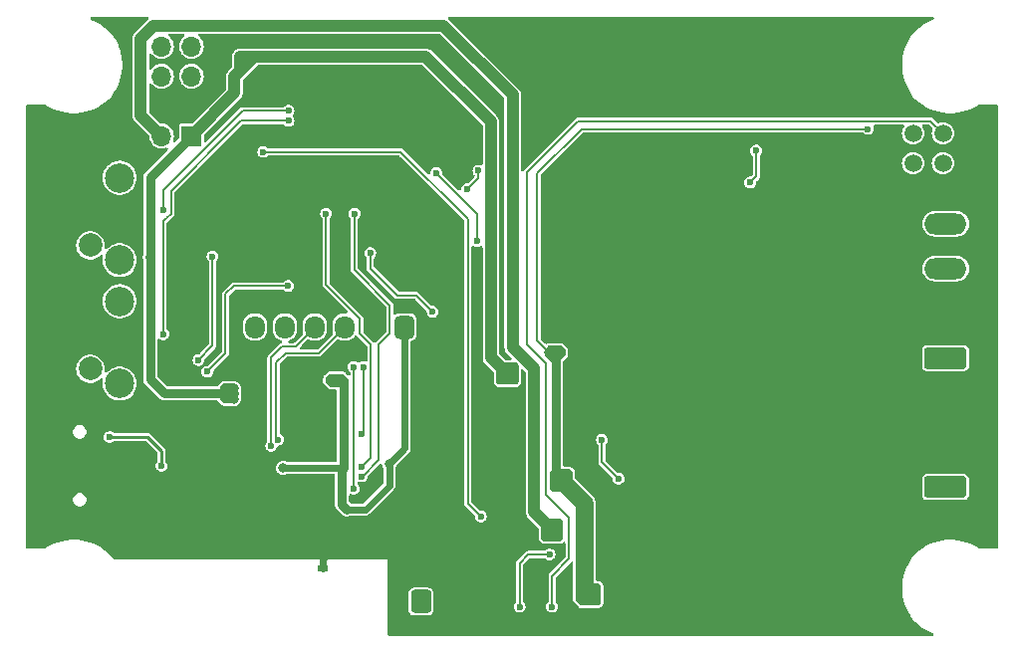
<source format=gbl>
G04 #@! TF.GenerationSoftware,KiCad,Pcbnew,8.0.2-8.0.2-0~ubuntu23.10.1*
G04 #@! TF.CreationDate,2024-05-23T15:40:16+07:00*
G04 #@! TF.ProjectId,Node_RS485,4e6f6465-5f52-4533-9438-352e6b696361,rev?*
G04 #@! TF.SameCoordinates,Original*
G04 #@! TF.FileFunction,Copper,L2,Bot*
G04 #@! TF.FilePolarity,Positive*
%FSLAX46Y46*%
G04 Gerber Fmt 4.6, Leading zero omitted, Abs format (unit mm)*
G04 Created by KiCad (PCBNEW 8.0.2-8.0.2-0~ubuntu23.10.1) date 2024-05-23 15:40:16*
%MOMM*%
%LPD*%
G01*
G04 APERTURE LIST*
G04 Aperture macros list*
%AMRoundRect*
0 Rectangle with rounded corners*
0 $1 Rounding radius*
0 $2 $3 $4 $5 $6 $7 $8 $9 X,Y pos of 4 corners*
0 Add a 4 corners polygon primitive as box body*
4,1,4,$2,$3,$4,$5,$6,$7,$8,$9,$2,$3,0*
0 Add four circle primitives for the rounded corners*
1,1,$1+$1,$2,$3*
1,1,$1+$1,$4,$5*
1,1,$1+$1,$6,$7*
1,1,$1+$1,$8,$9*
0 Add four rect primitives between the rounded corners*
20,1,$1+$1,$2,$3,$4,$5,0*
20,1,$1+$1,$4,$5,$6,$7,0*
20,1,$1+$1,$6,$7,$8,$9,0*
20,1,$1+$1,$8,$9,$2,$3,0*%
G04 Aperture macros list end*
G04 #@! TA.AperFunction,ComponentPad*
%ADD10C,0.600000*%
G04 #@! TD*
G04 #@! TA.AperFunction,ComponentPad*
%ADD11RoundRect,0.250000X-0.600000X0.725000X-0.600000X-0.725000X0.600000X-0.725000X0.600000X0.725000X0*%
G04 #@! TD*
G04 #@! TA.AperFunction,ComponentPad*
%ADD12O,1.700000X1.950000*%
G04 #@! TD*
G04 #@! TA.AperFunction,HeatsinkPad*
%ADD13C,0.500000*%
G04 #@! TD*
G04 #@! TA.AperFunction,HeatsinkPad*
%ADD14R,1.600000X1.600000*%
G04 #@! TD*
G04 #@! TA.AperFunction,ComponentPad*
%ADD15RoundRect,0.250000X1.550000X-0.650000X1.550000X0.650000X-1.550000X0.650000X-1.550000X-0.650000X0*%
G04 #@! TD*
G04 #@! TA.AperFunction,ComponentPad*
%ADD16O,3.600000X1.800000*%
G04 #@! TD*
G04 #@! TA.AperFunction,ComponentPad*
%ADD17C,1.500000*%
G04 #@! TD*
G04 #@! TA.AperFunction,ComponentPad*
%ADD18R,1.700000X1.700000*%
G04 #@! TD*
G04 #@! TA.AperFunction,ComponentPad*
%ADD19O,1.700000X1.700000*%
G04 #@! TD*
G04 #@! TA.AperFunction,ComponentPad*
%ADD20C,2.000000*%
G04 #@! TD*
G04 #@! TA.AperFunction,ComponentPad*
%ADD21C,2.500000*%
G04 #@! TD*
G04 #@! TA.AperFunction,ComponentPad*
%ADD22C,0.500000*%
G04 #@! TD*
G04 #@! TA.AperFunction,ComponentPad*
%ADD23O,2.100000X1.000000*%
G04 #@! TD*
G04 #@! TA.AperFunction,ComponentPad*
%ADD24O,1.600000X1.000000*%
G04 #@! TD*
G04 #@! TA.AperFunction,ComponentPad*
%ADD25R,0.900000X0.500000*%
G04 #@! TD*
G04 #@! TA.AperFunction,ComponentPad*
%ADD26RoundRect,0.425000X-0.425000X0.550000X-0.425000X-0.550000X0.425000X-0.550000X0.425000X0.550000X0*%
G04 #@! TD*
G04 #@! TA.AperFunction,ViaPad*
%ADD27C,0.800000*%
G04 #@! TD*
G04 #@! TA.AperFunction,ViaPad*
%ADD28C,0.600000*%
G04 #@! TD*
G04 #@! TA.AperFunction,Conductor*
%ADD29C,0.200000*%
G04 #@! TD*
G04 #@! TA.AperFunction,Conductor*
%ADD30C,1.000000*%
G04 #@! TD*
G04 #@! TA.AperFunction,Conductor*
%ADD31C,0.600000*%
G04 #@! TD*
G04 #@! TA.AperFunction,Conductor*
%ADD32C,0.800000*%
G04 #@! TD*
G04 #@! TA.AperFunction,Conductor*
%ADD33C,0.250000*%
G04 #@! TD*
G04 #@! TA.AperFunction,Conductor*
%ADD34C,1.500000*%
G04 #@! TD*
G04 APERTURE END LIST*
D10*
X133944150Y-109182322D03*
X135144150Y-109182322D03*
X134544150Y-108582322D03*
X133944150Y-108007323D03*
X135144150Y-108007323D03*
D11*
X142910000Y-121450000D03*
D12*
X145450000Y-121450000D03*
D13*
X152050000Y-119937500D03*
X152050000Y-121037500D03*
X152600000Y-120487500D03*
D14*
X152600000Y-120487500D03*
D13*
X153150000Y-119937500D03*
X153150000Y-121037500D03*
D15*
X187500000Y-111700000D03*
D16*
X187500000Y-107890000D03*
D17*
X187275000Y-84170000D03*
X187275000Y-81630000D03*
X184735000Y-84170000D03*
X184735000Y-81630000D03*
D18*
X123400000Y-81840000D03*
D19*
X120860000Y-81840000D03*
X123400000Y-79300000D03*
X120860000Y-79300000D03*
X123400000Y-76760000D03*
X120860000Y-76760000D03*
X123400000Y-74220000D03*
X120860000Y-74220000D03*
D20*
X114800000Y-86650000D03*
X114800000Y-91150000D03*
D21*
X117300000Y-85400000D03*
X117300000Y-92400000D03*
D22*
X155250000Y-106700000D03*
X155825000Y-105750000D03*
X155825000Y-107650000D03*
X156400000Y-106700000D03*
D20*
X114800000Y-97150000D03*
X114800000Y-101650000D03*
D21*
X117300000Y-95900000D03*
X117300000Y-102900000D03*
D15*
X187500000Y-100730000D03*
D16*
X187500000Y-96920000D03*
X187500000Y-93110000D03*
X187500000Y-89300000D03*
D23*
X114430000Y-105580000D03*
D24*
X110250000Y-105580000D03*
D23*
X114430000Y-114220000D03*
D24*
X110250000Y-114220000D03*
D25*
X134600000Y-118600000D03*
D26*
X141505000Y-98100000D03*
D12*
X138965000Y-98100000D03*
X136425000Y-98100000D03*
X133885000Y-98100000D03*
X131345000Y-98100000D03*
X128805000Y-98100000D03*
D27*
X160000000Y-84100000D03*
X147500000Y-83600000D03*
X152200000Y-83200000D03*
X161700000Y-84000000D03*
X163100000Y-86100000D03*
X162900000Y-82800000D03*
X171000000Y-82000000D03*
X166700000Y-82000000D03*
X168100000Y-86100000D03*
X174200000Y-87200000D03*
X169500000Y-86400000D03*
D28*
X171400000Y-83100000D03*
X170900000Y-85800000D03*
X147800000Y-84800000D03*
X146800000Y-86400000D03*
D27*
X165600000Y-85500000D03*
X110900000Y-109350000D03*
X117700000Y-79300000D03*
X137000000Y-115500000D03*
X176700000Y-102650000D03*
X191350000Y-106050000D03*
X130000000Y-117250000D03*
X164400000Y-76300000D03*
X131300000Y-116400000D03*
X186500000Y-115550000D03*
X174950000Y-99100000D03*
X145800000Y-105900000D03*
X164400000Y-78300000D03*
X141000000Y-96400000D03*
X155300000Y-123650000D03*
X127000000Y-90600000D03*
X160400000Y-76300000D03*
X174700000Y-102650000D03*
X150400000Y-74300000D03*
X166400000Y-78300000D03*
X131700000Y-102600000D03*
D28*
X126600000Y-107100000D03*
D27*
X169800000Y-94000000D03*
X133250000Y-89400000D03*
X136100000Y-87400000D03*
X138300000Y-112100000D03*
X176400000Y-72300000D03*
X120500000Y-112800000D03*
X165300000Y-116500000D03*
X126000000Y-117250000D03*
D28*
X124900000Y-112000000D03*
D27*
X158000000Y-105000000D03*
D28*
X145200000Y-84800000D03*
D27*
X133600000Y-101200000D03*
X151300000Y-123650000D03*
X168400000Y-76300000D03*
X131600000Y-73800000D03*
X134300000Y-73800000D03*
X163200000Y-118400000D03*
X145800000Y-98000000D03*
X180700000Y-102650000D03*
X142200000Y-89400000D03*
X161100000Y-90200000D03*
X144100000Y-73800000D03*
X110900000Y-107350000D03*
X130250000Y-114150000D03*
X124200000Y-96400000D03*
X139350000Y-76800000D03*
X110900000Y-102400000D03*
X156400000Y-76300000D03*
X135000000Y-112200000D03*
X125400000Y-73800000D03*
X170400000Y-72300000D03*
X174400000Y-76300000D03*
X136000000Y-101200000D03*
X156450000Y-100250000D03*
X145700000Y-75500000D03*
X160400000Y-74300000D03*
X182400000Y-74300000D03*
X178400000Y-72300000D03*
X166400000Y-76300000D03*
X138000000Y-73800000D03*
X156400000Y-72300000D03*
X133550000Y-116050000D03*
X176400000Y-74300000D03*
X110900000Y-80400000D03*
X191350000Y-96050000D03*
X174400000Y-72300000D03*
X143200000Y-105900000D03*
X179850000Y-82500000D03*
X140900000Y-73800000D03*
X110900000Y-100400000D03*
X133550000Y-114900000D03*
X156400000Y-78300000D03*
X169150000Y-95800000D03*
X173550000Y-123300000D03*
X157300000Y-123650000D03*
X172400000Y-78300000D03*
X149400000Y-115600000D03*
X178700000Y-104650000D03*
X191350000Y-102050000D03*
X165200000Y-95800000D03*
X174950000Y-86450000D03*
X182700000Y-104650000D03*
X125200000Y-85700000D03*
X151050000Y-111150000D03*
X175850000Y-82500000D03*
X178400000Y-74300000D03*
X183550000Y-123300000D03*
X130000000Y-113100000D03*
X143700000Y-115400000D03*
X176700000Y-106800000D03*
X191350000Y-94050000D03*
X163350000Y-121450000D03*
X180400000Y-74300000D03*
X116000000Y-115250000D03*
X163350000Y-123450000D03*
X183150000Y-86100000D03*
X114500000Y-94200000D03*
X191350000Y-82050000D03*
X145800000Y-113400000D03*
X172400000Y-72300000D03*
X176700000Y-104650000D03*
X110050000Y-115900000D03*
X158400000Y-78300000D03*
X147600000Y-77400000D03*
X164100000Y-113900000D03*
X131400000Y-111700000D03*
X169050000Y-121400000D03*
X145800000Y-90800000D03*
X116700000Y-80200000D03*
X164400000Y-72300000D03*
X191350000Y-80050000D03*
X162650000Y-95800000D03*
X143200000Y-99900000D03*
X120500000Y-107000000D03*
X172400000Y-76300000D03*
X168400000Y-78300000D03*
X145800000Y-110000000D03*
X138450000Y-85400000D03*
X143200000Y-101900000D03*
X143100000Y-87400000D03*
X114900000Y-83600000D03*
X178400000Y-78300000D03*
X151050000Y-113550000D03*
X182400000Y-76300000D03*
X149200000Y-79000000D03*
X123600000Y-99400000D03*
X136100000Y-85400000D03*
X152300000Y-115600000D03*
X120000000Y-117250000D03*
X191350000Y-92050000D03*
X186500000Y-114500000D03*
X182400000Y-78300000D03*
X127000000Y-73800000D03*
X143300000Y-123650000D03*
X178400000Y-76300000D03*
X149450000Y-113550000D03*
X183400000Y-116700000D03*
X122500000Y-97600000D03*
X145800000Y-95900000D03*
X164400000Y-74300000D03*
X110900000Y-92400000D03*
X128000000Y-115250000D03*
X121800000Y-89600000D03*
X136100000Y-89400000D03*
X152400000Y-74300000D03*
X150400000Y-117900000D03*
X138450000Y-87400000D03*
X141600000Y-79200000D03*
X150400000Y-72300000D03*
X121800000Y-108100000D03*
X126200000Y-75000000D03*
X181350000Y-114100000D03*
X152400000Y-78300000D03*
X177850000Y-82500000D03*
X154400000Y-72300000D03*
X166400000Y-121400000D03*
X110900000Y-86400000D03*
X145800000Y-99900000D03*
X114800000Y-99400000D03*
X153300000Y-123650000D03*
X120000000Y-115250000D03*
X141100000Y-117400000D03*
X129400000Y-85200000D03*
X160400000Y-72300000D03*
X191350000Y-90050000D03*
X162400000Y-74300000D03*
X163000000Y-94050000D03*
D28*
X124500000Y-108100000D03*
D27*
X173650000Y-94050000D03*
X145800000Y-103900000D03*
X178700000Y-102650000D03*
X121300000Y-105400000D03*
X136050000Y-80050000D03*
X162400000Y-76300000D03*
X148350000Y-111150000D03*
X191350000Y-100050000D03*
X133500000Y-104100000D03*
X137000000Y-117400000D03*
X180400000Y-78300000D03*
X129000000Y-112700000D03*
X128000000Y-117250000D03*
X168400000Y-74300000D03*
X118000000Y-90000000D03*
X168400000Y-120100000D03*
X166400000Y-72300000D03*
X170400000Y-74300000D03*
X182400000Y-72300000D03*
X144100000Y-79200000D03*
X154400000Y-74300000D03*
X174950000Y-84550000D03*
X148000000Y-118900000D03*
X146100000Y-82700000D03*
X141100000Y-115400000D03*
X123200000Y-112800000D03*
X170400000Y-76300000D03*
X172100000Y-94050000D03*
X158400000Y-87950000D03*
X116700000Y-113100000D03*
X186600000Y-86050000D03*
X139000000Y-117400000D03*
X186350000Y-99100000D03*
X126500000Y-85200000D03*
X118300000Y-100500000D03*
X174650000Y-106800000D03*
X165000000Y-121400000D03*
X127200000Y-98400000D03*
X159500000Y-90600000D03*
X130400000Y-116400000D03*
X114800000Y-88900000D03*
X182700000Y-102650000D03*
X184400000Y-72300000D03*
X149300000Y-123650000D03*
X112150000Y-114250000D03*
X123900000Y-89500000D03*
X114700000Y-80500000D03*
X147300000Y-123650000D03*
X124000000Y-115250000D03*
X155700000Y-83700000D03*
X139000000Y-82050000D03*
X134950000Y-117400000D03*
X191350000Y-104050000D03*
X143700000Y-113400000D03*
X170400000Y-78300000D03*
X156400000Y-74300000D03*
X132200000Y-104100000D03*
X141300000Y-123650000D03*
X191350000Y-112050000D03*
X178750000Y-99100000D03*
X155825000Y-108800000D03*
X139650000Y-91650000D03*
X145800000Y-107900000D03*
X153700000Y-88000000D03*
X163400000Y-117150000D03*
X167700000Y-113900000D03*
X162400000Y-72300000D03*
X118000000Y-115250000D03*
X135000000Y-115500000D03*
X152400000Y-76300000D03*
X131300000Y-114150000D03*
X159300000Y-123650000D03*
X110900000Y-96400000D03*
X158400000Y-113600000D03*
X179550000Y-123300000D03*
D28*
X124500000Y-110800000D03*
D27*
X158800000Y-91200000D03*
X184700000Y-79850000D03*
X145800000Y-93400000D03*
X148400000Y-72300000D03*
X175550000Y-123300000D03*
X133200000Y-82050000D03*
X181550000Y-123300000D03*
D28*
X126600000Y-112000000D03*
D27*
X174400000Y-78300000D03*
X118500000Y-94200000D03*
X147500000Y-81300000D03*
X110900000Y-111350000D03*
X127300000Y-96100000D03*
X123200000Y-110900000D03*
X126100000Y-86600000D03*
X161100000Y-91800000D03*
X143200000Y-103900000D03*
X118700000Y-105400000D03*
X125600000Y-83900000D03*
X156050000Y-87950000D03*
X145300000Y-123650000D03*
X128800000Y-90600000D03*
X167650000Y-95800000D03*
X119200000Y-83300000D03*
X142800000Y-119300000D03*
X110900000Y-84400000D03*
D28*
X128000000Y-112000000D03*
D27*
X133250000Y-85400000D03*
X160650000Y-94950000D03*
X121800000Y-91000000D03*
D28*
X137900000Y-99800000D03*
D27*
X158850000Y-100250000D03*
X191350000Y-116050000D03*
X140800000Y-87400000D03*
X174700000Y-104650000D03*
D28*
X124500000Y-109500000D03*
D27*
X136050000Y-82050000D03*
X140200000Y-85400000D03*
X123400000Y-86300000D03*
X110900000Y-88400000D03*
X177450000Y-120900000D03*
X143200000Y-97900000D03*
X160400000Y-78300000D03*
X158400000Y-76300000D03*
D28*
X128000000Y-107100000D03*
D27*
X136050000Y-78050000D03*
X130000000Y-115250000D03*
X118700000Y-97400000D03*
X191350000Y-114050000D03*
X144700000Y-92100000D03*
X154150000Y-93100000D03*
X171550000Y-123300000D03*
X122000000Y-117250000D03*
X191350000Y-98050000D03*
X191350000Y-108050000D03*
X133250000Y-87400000D03*
D28*
X124900000Y-107100000D03*
D27*
X174750000Y-96250000D03*
X159200000Y-120100000D03*
D28*
X118600000Y-109900000D03*
D27*
X116700000Y-106400000D03*
X110900000Y-90400000D03*
X122000000Y-115250000D03*
X117400000Y-72600000D03*
X121500000Y-101400000D03*
X110900000Y-98400000D03*
X158400000Y-72300000D03*
X172500000Y-97400000D03*
X182650000Y-99100000D03*
X154400000Y-78300000D03*
X141600000Y-81000000D03*
X164700000Y-118550000D03*
X141100000Y-113400000D03*
X154400000Y-76300000D03*
X177550000Y-123300000D03*
X139700000Y-89400000D03*
X110900000Y-94400000D03*
X159500000Y-91800000D03*
X133550000Y-117200000D03*
X152400000Y-72300000D03*
X122600000Y-94300000D03*
X173850000Y-82500000D03*
X141150000Y-76850000D03*
X178700000Y-106800000D03*
X191350000Y-84050000D03*
X176400000Y-76300000D03*
X129000000Y-106400000D03*
X174400000Y-74300000D03*
X166400000Y-74300000D03*
X168400000Y-72300000D03*
X184700000Y-102650000D03*
X182500000Y-111900000D03*
X173100000Y-85250000D03*
X180400000Y-72300000D03*
X157000000Y-108500000D03*
X158400000Y-74300000D03*
X191350000Y-110050000D03*
X145800000Y-101900000D03*
X167750000Y-121400000D03*
X155800000Y-104700000D03*
X191350000Y-88050000D03*
X143700000Y-117400000D03*
X114800000Y-103900000D03*
X172500000Y-96250000D03*
X124000000Y-117250000D03*
X180400000Y-76300000D03*
X159200000Y-122100000D03*
X131300000Y-115250000D03*
X142300000Y-96400000D03*
X172400000Y-74300000D03*
X191350000Y-86050000D03*
X123800000Y-91400000D03*
X141100000Y-121300000D03*
X118000000Y-117250000D03*
X159200000Y-118100000D03*
X176400000Y-78300000D03*
X139000000Y-115500000D03*
X118700000Y-86900000D03*
X144100000Y-81000000D03*
X126000000Y-115250000D03*
X143200000Y-107900000D03*
X143200000Y-110000000D03*
X162400000Y-78300000D03*
X110900000Y-82400000D03*
D28*
X121000000Y-88150000D03*
X131650000Y-79700000D03*
D27*
X127000000Y-103300000D03*
D28*
X119900000Y-102550000D03*
D27*
X150700000Y-102500000D03*
X149800000Y-102500000D03*
D28*
X119900000Y-92100000D03*
D27*
X127000000Y-104200000D03*
X148850000Y-81800000D03*
X150700000Y-101600000D03*
X127550000Y-75100000D03*
X128050000Y-75800000D03*
X149800000Y-101600000D03*
X128550000Y-75100000D03*
X154500000Y-114900000D03*
X153600000Y-115800000D03*
D28*
X116450000Y-107450000D03*
X120850000Y-109900000D03*
X151287500Y-121887500D03*
X153837500Y-117437500D03*
D27*
X154500000Y-115800000D03*
X153600000Y-114900000D03*
X154400000Y-111600000D03*
X155300000Y-110700000D03*
X157700000Y-120400000D03*
D28*
X180900000Y-81250000D03*
D27*
X155300000Y-111600000D03*
X157700000Y-121300000D03*
X154800000Y-100250000D03*
X154400000Y-110700000D03*
X153800000Y-100250000D03*
X156800000Y-120400000D03*
X156800000Y-121300000D03*
D28*
X129500000Y-83200000D03*
X148000000Y-114200000D03*
D27*
X136600000Y-113600000D03*
D28*
X124000000Y-100900000D03*
D27*
X136200000Y-102600000D03*
X140200000Y-109725000D03*
D28*
X125200000Y-92100000D03*
D27*
X131200000Y-110100000D03*
X135300000Y-102600000D03*
D28*
X137200000Y-101500000D03*
X137200000Y-111850000D03*
X137850000Y-107232322D03*
X138000000Y-101500000D03*
X130783685Y-107666315D03*
X130184514Y-108196407D03*
X137250000Y-88450000D03*
X137900000Y-110800000D03*
X137900000Y-109957322D03*
X134850000Y-88450000D03*
X131600000Y-94600000D03*
X124750000Y-101900000D03*
X158300000Y-107698042D03*
X159700000Y-111000000D03*
X143900000Y-96800000D03*
X138600000Y-91800000D03*
X121000000Y-98700000D03*
X131650000Y-80550000D03*
X154037500Y-121887500D03*
X147700000Y-90800000D03*
X144200000Y-85000000D03*
D29*
X170900000Y-85800000D02*
X171400000Y-85300000D01*
X171400000Y-85300000D02*
X171400000Y-83100000D01*
X147800000Y-85400000D02*
X146800000Y-86400000D01*
X147800000Y-84800000D02*
X147800000Y-85400000D01*
D30*
X148850000Y-81800000D02*
X148850000Y-100650000D01*
X148850000Y-80650000D02*
X143300000Y-75100000D01*
X148850000Y-100650000D02*
X149800000Y-101600000D01*
X148850000Y-81800000D02*
X148850000Y-80650000D01*
X143300000Y-75100000D02*
X128550000Y-75100000D01*
D31*
X134600000Y-118600000D02*
X134600000Y-117750000D01*
X134600000Y-117750000D02*
X134950000Y-117400000D01*
D29*
X121000000Y-86450000D02*
X127750000Y-79700000D01*
X127750000Y-79700000D02*
X131650000Y-79700000D01*
X121000000Y-88150000D02*
X121000000Y-86450000D01*
X127000000Y-103750000D02*
X127000000Y-104200000D01*
D30*
X127050000Y-78190000D02*
X127050000Y-76800000D01*
D32*
X127000000Y-103750000D02*
X121100000Y-103750000D01*
X119900000Y-102550000D02*
X119900000Y-92100000D01*
D30*
X127050000Y-76800000D02*
X128050000Y-75800000D01*
X128550000Y-75100000D02*
X127550000Y-75100000D01*
D32*
X119850000Y-92150000D02*
X119900000Y-92100000D01*
D30*
X123400000Y-81840000D02*
X127050000Y-78190000D01*
D29*
X127000000Y-103300000D02*
X127000000Y-103750000D01*
D32*
X119900000Y-92100000D02*
X119900000Y-85340000D01*
X119900000Y-85340000D02*
X123400000Y-81840000D01*
X121100000Y-103750000D02*
X119900000Y-102550000D01*
D30*
X150700000Y-78350000D02*
X144800000Y-72450000D01*
X119100000Y-73550000D02*
X119100000Y-80080000D01*
X150700000Y-99800000D02*
X150700000Y-78350000D01*
X153600000Y-114900000D02*
X152500000Y-113800000D01*
D29*
X153837500Y-117437500D02*
X152037500Y-117437500D01*
D30*
X152500000Y-101600000D02*
X150700000Y-99800000D01*
D33*
X120850000Y-108600000D02*
X120850000Y-109900000D01*
X119700000Y-107450000D02*
X120850000Y-108600000D01*
D30*
X120200000Y-72450000D02*
X119100000Y-73550000D01*
X119100000Y-80080000D02*
X120860000Y-81840000D01*
D33*
X116450000Y-107450000D02*
X119700000Y-107450000D01*
D30*
X152500000Y-113800000D02*
X152500000Y-101600000D01*
D29*
X151287500Y-118187500D02*
X151287500Y-121887500D01*
D30*
X144800000Y-72450000D02*
X120200000Y-72450000D01*
D29*
X152037500Y-117437500D02*
X151287500Y-118187500D01*
X156550000Y-81250000D02*
X152800000Y-85000000D01*
D32*
X154400000Y-100850000D02*
X153800000Y-100250000D01*
D29*
X152800000Y-99250000D02*
X153800000Y-100250000D01*
X180900000Y-81250000D02*
X156550000Y-81250000D01*
D34*
X155300000Y-111600000D02*
X156800000Y-113100000D01*
X156800000Y-113100000D02*
X156800000Y-120400000D01*
D29*
X152800000Y-85000000D02*
X152800000Y-99250000D01*
D32*
X154400000Y-110700000D02*
X154400000Y-100850000D01*
D29*
X129500000Y-83200000D02*
X141200000Y-83200000D01*
X146900000Y-88900000D02*
X146900000Y-113100000D01*
X141200000Y-83200000D02*
X146900000Y-88900000D01*
X146900000Y-113100000D02*
X148000000Y-114200000D01*
D31*
X140200000Y-109725000D02*
X140200000Y-111600000D01*
X140200000Y-111600000D02*
X138200000Y-113600000D01*
X140200000Y-109725000D02*
X141505000Y-108420000D01*
D32*
X136200000Y-113200000D02*
X136200000Y-110250000D01*
X136200000Y-110250000D02*
X136350000Y-110100000D01*
X136350000Y-110100000D02*
X136350000Y-102750000D01*
D31*
X131200000Y-110100000D02*
X136350000Y-110100000D01*
D32*
X136600000Y-113600000D02*
X136200000Y-113200000D01*
D29*
X125200000Y-99700000D02*
X124000000Y-100900000D01*
X125200000Y-92100000D02*
X125200000Y-99700000D01*
D31*
X141505000Y-108420000D02*
X141505000Y-98100000D01*
X138200000Y-113600000D02*
X136600000Y-113600000D01*
D32*
X136350000Y-102750000D02*
X136200000Y-102600000D01*
D29*
X137200000Y-101500000D02*
X137200000Y-111850000D01*
X138000000Y-107082322D02*
X137850000Y-107232322D01*
X138000000Y-101500000D02*
X138000000Y-107082322D01*
X130600000Y-107482630D02*
X130600000Y-101100000D01*
X134225000Y-100300000D02*
X136425000Y-98100000D01*
X131400000Y-100300000D02*
X134225000Y-100300000D01*
X130783685Y-107666315D02*
X130600000Y-107482630D01*
X130600000Y-101100000D02*
X131400000Y-100300000D01*
X131100000Y-99750000D02*
X132235000Y-99750000D01*
X130150000Y-100700000D02*
X131100000Y-99750000D01*
X130150000Y-108161893D02*
X130150000Y-100700000D01*
X132235000Y-99750000D02*
X133885000Y-98100000D01*
X130184514Y-108196407D02*
X130150000Y-108161893D01*
X140250000Y-96250000D02*
X140250000Y-98650000D01*
X137905851Y-110800000D02*
X137900000Y-110800000D01*
X139300000Y-109405851D02*
X137905851Y-110800000D01*
X137250000Y-93250000D02*
X140250000Y-96250000D01*
X140250000Y-98650000D02*
X139300000Y-99600000D01*
X137250000Y-88450000D02*
X137250000Y-93250000D01*
X139300000Y-99600000D02*
X139300000Y-109405851D01*
X138650000Y-99600000D02*
X137700000Y-98650000D01*
X137700000Y-97350000D02*
X134850000Y-94500000D01*
X137900000Y-109957322D02*
X138650000Y-109207322D01*
X138650000Y-109207322D02*
X138650000Y-99600000D01*
X137700000Y-98650000D02*
X137700000Y-97350000D01*
X134850000Y-94500000D02*
X134850000Y-88450000D01*
X127000000Y-94600000D02*
X126300000Y-95300000D01*
X131600000Y-94600000D02*
X127000000Y-94600000D01*
X126300000Y-95300000D02*
X126300000Y-100350000D01*
X126300000Y-100350000D02*
X124750000Y-101900000D01*
X158300000Y-107698042D02*
X158300000Y-109600000D01*
X158300000Y-109600000D02*
X159700000Y-111000000D01*
X142500000Y-95400000D02*
X140900000Y-95400000D01*
X140900000Y-95400000D02*
X138600000Y-93100000D01*
X138600000Y-93100000D02*
X138600000Y-91800000D01*
X143900000Y-96800000D02*
X142500000Y-95400000D01*
X121650000Y-88450000D02*
X121300000Y-88800000D01*
X126950000Y-81200000D02*
X121650000Y-86500000D01*
X121650000Y-88150000D02*
X121650000Y-88450000D01*
X127600000Y-80550000D02*
X126950000Y-81200000D01*
X121000000Y-89500000D02*
X121000000Y-89700000D01*
X121300000Y-88800000D02*
X121000000Y-89100000D01*
X121000000Y-89100000D02*
X121000000Y-89500000D01*
X121000000Y-89700000D02*
X121000000Y-98700000D01*
X121650000Y-86500000D02*
X121650000Y-88150000D01*
X131650000Y-80550000D02*
X127600000Y-80550000D01*
X156270000Y-80580000D02*
X186225000Y-80580000D01*
X153500000Y-101200000D02*
X151900000Y-99600000D01*
X154037500Y-119262500D02*
X155500000Y-117800000D01*
X151900000Y-84950000D02*
X156270000Y-80580000D01*
X186225000Y-80580000D02*
X187275000Y-81630000D01*
X155500000Y-114350000D02*
X153500000Y-112350000D01*
X154037500Y-121887500D02*
X154037500Y-119262500D01*
X151900000Y-99600000D02*
X151900000Y-84950000D01*
X155500000Y-117800000D02*
X155500000Y-114350000D01*
X153500000Y-112350000D02*
X153500000Y-101200000D01*
X144200000Y-85000000D02*
X147700000Y-88500000D01*
X147700000Y-88500000D02*
X147700000Y-90800000D01*
G04 #@! TA.AperFunction,Conductor*
G36*
X139525604Y-109707731D02*
G01*
X139581537Y-109749603D01*
X139605209Y-109807727D01*
X139614956Y-109881761D01*
X139614957Y-109881765D01*
X139675461Y-110027836D01*
X139679526Y-110034876D01*
X139677783Y-110035882D01*
X139699069Y-110090932D01*
X139699500Y-110101257D01*
X139699500Y-111341324D01*
X139679815Y-111408363D01*
X139663181Y-111429005D01*
X138029005Y-113063181D01*
X137967682Y-113096666D01*
X137941324Y-113099500D01*
X137000097Y-113099500D01*
X136933058Y-113079815D01*
X136912416Y-113063181D01*
X136836819Y-112987584D01*
X136803334Y-112926261D01*
X136800500Y-112899903D01*
X136800500Y-112415291D01*
X136820185Y-112348252D01*
X136872989Y-112302497D01*
X136942147Y-112292553D01*
X136981450Y-112307215D01*
X136981882Y-112306270D01*
X136989949Y-112309954D01*
X137128036Y-112350499D01*
X137128038Y-112350500D01*
X137128039Y-112350500D01*
X137271962Y-112350500D01*
X137271962Y-112350499D01*
X137410053Y-112309953D01*
X137531128Y-112232143D01*
X137625377Y-112123373D01*
X137685165Y-111992457D01*
X137705647Y-111850000D01*
X137685165Y-111707543D01*
X137625377Y-111576627D01*
X137625375Y-111576625D01*
X137625374Y-111576622D01*
X137530787Y-111467462D01*
X137501762Y-111403906D01*
X137500500Y-111386260D01*
X137500500Y-111365291D01*
X137520185Y-111298252D01*
X137572989Y-111252497D01*
X137642147Y-111242553D01*
X137681450Y-111257215D01*
X137681882Y-111256270D01*
X137689949Y-111259954D01*
X137828036Y-111300499D01*
X137828038Y-111300500D01*
X137828039Y-111300500D01*
X137971962Y-111300500D01*
X137971962Y-111300499D01*
X138110053Y-111259953D01*
X138231128Y-111182143D01*
X138325377Y-111073373D01*
X138385165Y-110942457D01*
X138405647Y-110800000D01*
X138405074Y-110796016D01*
X138405647Y-110792033D01*
X138405647Y-110791131D01*
X138405777Y-110791131D01*
X138415017Y-110726861D01*
X138440128Y-110690692D01*
X139394590Y-109736230D01*
X139455912Y-109702747D01*
X139525604Y-109707731D01*
G37*
G04 #@! TD.AperFunction*
G04 #@! TA.AperFunction,Conductor*
G36*
X119726519Y-71720185D02*
G01*
X119772274Y-71772989D01*
X119782218Y-71842147D01*
X119753193Y-71905703D01*
X119747161Y-71912181D01*
X118555888Y-73103453D01*
X118555887Y-73103454D01*
X118479222Y-73218192D01*
X118426421Y-73345667D01*
X118426418Y-73345677D01*
X118399500Y-73481004D01*
X118399500Y-73481007D01*
X118399500Y-80011006D01*
X118399500Y-80148994D01*
X118399500Y-80148996D01*
X118399499Y-80148996D01*
X118426418Y-80284322D01*
X118426421Y-80284332D01*
X118479222Y-80411807D01*
X118555887Y-80526545D01*
X119768767Y-81739425D01*
X119802252Y-81800748D01*
X119804181Y-81833909D01*
X119804417Y-81833909D01*
X119804417Y-81837968D01*
X119804491Y-81839241D01*
X119804417Y-81839993D01*
X119804417Y-81839999D01*
X119824699Y-82045932D01*
X119854734Y-82144944D01*
X119884768Y-82243954D01*
X119982315Y-82426450D01*
X119982317Y-82426452D01*
X120113589Y-82586410D01*
X120178945Y-82640045D01*
X120273550Y-82717685D01*
X120456046Y-82815232D01*
X120654066Y-82875300D01*
X120654065Y-82875300D01*
X120672529Y-82877118D01*
X120860000Y-82895583D01*
X121065934Y-82875300D01*
X121237489Y-82823259D01*
X121307353Y-82822637D01*
X121366465Y-82859885D01*
X121396056Y-82923179D01*
X121386731Y-82992424D01*
X121361162Y-83029602D01*
X119419481Y-84971282D01*
X119419479Y-84971285D01*
X119402902Y-84999998D01*
X119380060Y-85039562D01*
X119362178Y-85070534D01*
X119341271Y-85106747D01*
X119340423Y-85108215D01*
X119299499Y-85260943D01*
X119299499Y-85260945D01*
X119299499Y-85429046D01*
X119299500Y-85429059D01*
X119299500Y-91871636D01*
X119291834Y-91910179D01*
X119292527Y-91910365D01*
X119290424Y-91918213D01*
X119290423Y-91918215D01*
X119249499Y-92070943D01*
X119249499Y-92070945D01*
X119249499Y-92229054D01*
X119249498Y-92229054D01*
X119254063Y-92246091D01*
X119288168Y-92373371D01*
X119292527Y-92389636D01*
X119291832Y-92389821D01*
X119299500Y-92428364D01*
X119299500Y-102463330D01*
X119299499Y-102463348D01*
X119299499Y-102629054D01*
X119299498Y-102629054D01*
X119299499Y-102629057D01*
X119338729Y-102775464D01*
X119340424Y-102781787D01*
X119354712Y-102806534D01*
X119354713Y-102806536D01*
X119419477Y-102918712D01*
X119419481Y-102918717D01*
X119538349Y-103037585D01*
X119538355Y-103037590D01*
X120615139Y-104114374D01*
X120615149Y-104114385D01*
X120619479Y-104118715D01*
X120619480Y-104118716D01*
X120731284Y-104230520D01*
X120805697Y-104273482D01*
X120868215Y-104309577D01*
X121020942Y-104350500D01*
X121020943Y-104350500D01*
X125608518Y-104350500D01*
X125675557Y-104370185D01*
X125696199Y-104386819D01*
X126018365Y-104708986D01*
X126018366Y-104708987D01*
X126034716Y-104723674D01*
X126034730Y-104723686D01*
X126034738Y-104723693D01*
X126043136Y-104730460D01*
X126055379Y-104740327D01*
X126126424Y-104777490D01*
X126193456Y-104797173D01*
X126193458Y-104797173D01*
X126193464Y-104797175D01*
X126251362Y-104805500D01*
X126990488Y-104805500D01*
X126993265Y-104805682D01*
X127000000Y-104805682D01*
X127006735Y-104805682D01*
X127009512Y-104805500D01*
X127048639Y-104805500D01*
X127051180Y-104805363D01*
X127070607Y-104804322D01*
X127070614Y-104804321D01*
X127070618Y-104804321D01*
X127076431Y-104803695D01*
X127096965Y-104801488D01*
X127133967Y-104789900D01*
X127154844Y-104785296D01*
X127156762Y-104785044D01*
X127302841Y-104724536D01*
X127428282Y-104628282D01*
X127524536Y-104502841D01*
X127585044Y-104356762D01*
X127585916Y-104350135D01*
X127589878Y-104331386D01*
X127597175Y-104306536D01*
X127605500Y-104248638D01*
X127605500Y-104209515D01*
X127605682Y-104206737D01*
X127605682Y-104193276D01*
X127605500Y-104190495D01*
X127605500Y-103309515D01*
X127605682Y-103306737D01*
X127605682Y-103293276D01*
X127605500Y-103290495D01*
X127605500Y-103251361D01*
X127604321Y-103229381D01*
X127601488Y-103203039D01*
X127601488Y-103203035D01*
X127589901Y-103166034D01*
X127585296Y-103145154D01*
X127585044Y-103143238D01*
X127572594Y-103113181D01*
X127524536Y-102997159D01*
X127428282Y-102871718D01*
X127302841Y-102775464D01*
X127291142Y-102770618D01*
X127156764Y-102714956D01*
X127150126Y-102714082D01*
X127131393Y-102710123D01*
X127106530Y-102702823D01*
X127060320Y-102696179D01*
X127048638Y-102694500D01*
X127048636Y-102694500D01*
X127009512Y-102694500D01*
X127006735Y-102694318D01*
X126993265Y-102694318D01*
X126990488Y-102694500D01*
X126151361Y-102694500D01*
X126129381Y-102695678D01*
X126103034Y-102698511D01*
X126103032Y-102698512D01*
X126026521Y-102722470D01*
X126026516Y-102722471D01*
X125965188Y-102755960D01*
X125918384Y-102790998D01*
X125918363Y-102791016D01*
X125691013Y-103018365D01*
X125691012Y-103018366D01*
X125676325Y-103034716D01*
X125676313Y-103034730D01*
X125659672Y-103055380D01*
X125645238Y-103082975D01*
X125596722Y-103133254D01*
X125535363Y-103149500D01*
X121400097Y-103149500D01*
X121333058Y-103129815D01*
X121312416Y-103113181D01*
X120536819Y-102337584D01*
X120503334Y-102276261D01*
X120500500Y-102249903D01*
X120500500Y-101900000D01*
X124244353Y-101900000D01*
X124264834Y-102042456D01*
X124324622Y-102173371D01*
X124324623Y-102173373D01*
X124418872Y-102282143D01*
X124539947Y-102359953D01*
X124539950Y-102359954D01*
X124539949Y-102359954D01*
X124678036Y-102400499D01*
X124678038Y-102400500D01*
X124678039Y-102400500D01*
X124821962Y-102400500D01*
X124821962Y-102400499D01*
X124960053Y-102359953D01*
X125081128Y-102282143D01*
X125175377Y-102173373D01*
X125235165Y-102042457D01*
X125255647Y-101900000D01*
X125254339Y-101890905D01*
X125264279Y-101821749D01*
X125289392Y-101785577D01*
X126540460Y-100534511D01*
X126550075Y-100517857D01*
X126551442Y-100515490D01*
X126551442Y-100515489D01*
X126580021Y-100465989D01*
X126600500Y-100389562D01*
X126600500Y-97871530D01*
X127754500Y-97871530D01*
X127754500Y-98328469D01*
X127794868Y-98531412D01*
X127794870Y-98531420D01*
X127874058Y-98722596D01*
X127989024Y-98894657D01*
X128135342Y-99040975D01*
X128135345Y-99040977D01*
X128307402Y-99155941D01*
X128498580Y-99235130D01*
X128622284Y-99259736D01*
X128701530Y-99275499D01*
X128701534Y-99275500D01*
X128701535Y-99275500D01*
X128908466Y-99275500D01*
X128908467Y-99275499D01*
X129111420Y-99235130D01*
X129302598Y-99155941D01*
X129474655Y-99040977D01*
X129620977Y-98894655D01*
X129735941Y-98722598D01*
X129815130Y-98531420D01*
X129855500Y-98328465D01*
X129855500Y-97871535D01*
X129815130Y-97668580D01*
X129735941Y-97477402D01*
X129620977Y-97305345D01*
X129620975Y-97305342D01*
X129474657Y-97159024D01*
X129314228Y-97051830D01*
X129302598Y-97044059D01*
X129111420Y-96964870D01*
X129111412Y-96964868D01*
X128908469Y-96924500D01*
X128908465Y-96924500D01*
X128701535Y-96924500D01*
X128701530Y-96924500D01*
X128498587Y-96964868D01*
X128498579Y-96964870D01*
X128307403Y-97044058D01*
X128135342Y-97159024D01*
X127989024Y-97305342D01*
X127874058Y-97477403D01*
X127794870Y-97668579D01*
X127794868Y-97668587D01*
X127754500Y-97871530D01*
X126600500Y-97871530D01*
X126600500Y-95475833D01*
X126620185Y-95408794D01*
X126636819Y-95388152D01*
X127088152Y-94936819D01*
X127149475Y-94903334D01*
X127175833Y-94900500D01*
X131141499Y-94900500D01*
X131208538Y-94920185D01*
X131235211Y-94943296D01*
X131268872Y-94982143D01*
X131389947Y-95059953D01*
X131389950Y-95059954D01*
X131389949Y-95059954D01*
X131497107Y-95091417D01*
X131524633Y-95099500D01*
X131528036Y-95100499D01*
X131528038Y-95100500D01*
X131528039Y-95100500D01*
X131671962Y-95100500D01*
X131671962Y-95100499D01*
X131779121Y-95069035D01*
X131810050Y-95059954D01*
X131810050Y-95059953D01*
X131810053Y-95059953D01*
X131931128Y-94982143D01*
X132025377Y-94873373D01*
X132085165Y-94742457D01*
X132105647Y-94600000D01*
X132085165Y-94457543D01*
X132025377Y-94326627D01*
X131931128Y-94217857D01*
X131810053Y-94140047D01*
X131810051Y-94140046D01*
X131810049Y-94140045D01*
X131810050Y-94140045D01*
X131671963Y-94099500D01*
X131671961Y-94099500D01*
X131528039Y-94099500D01*
X131528036Y-94099500D01*
X131389949Y-94140045D01*
X131268873Y-94217856D01*
X131235212Y-94256703D01*
X131176433Y-94294477D01*
X131141499Y-94299500D01*
X126960438Y-94299500D01*
X126922224Y-94309739D01*
X126884009Y-94319979D01*
X126884004Y-94319982D01*
X126815495Y-94359535D01*
X126815487Y-94359541D01*
X126059541Y-95115487D01*
X126059535Y-95115495D01*
X126019982Y-95184004D01*
X126019979Y-95184009D01*
X125999500Y-95260439D01*
X125999500Y-100174166D01*
X125979815Y-100241205D01*
X125963181Y-100261847D01*
X124861847Y-101363181D01*
X124800524Y-101396666D01*
X124774166Y-101399500D01*
X124678036Y-101399500D01*
X124539949Y-101440045D01*
X124484703Y-101475550D01*
X124435116Y-101490109D01*
X124426049Y-101509966D01*
X124423499Y-101512517D01*
X124324623Y-101626626D01*
X124324622Y-101626628D01*
X124264834Y-101757543D01*
X124244353Y-101900000D01*
X120500500Y-101900000D01*
X120500500Y-100900000D01*
X123494353Y-100900000D01*
X123514834Y-101042456D01*
X123539536Y-101096545D01*
X123574623Y-101173373D01*
X123668872Y-101282143D01*
X123789947Y-101359953D01*
X123789950Y-101359954D01*
X123789949Y-101359954D01*
X123897107Y-101391417D01*
X123924633Y-101399500D01*
X123928036Y-101400499D01*
X123928038Y-101400500D01*
X123928039Y-101400500D01*
X124071962Y-101400500D01*
X124071962Y-101400499D01*
X124210053Y-101359953D01*
X124265299Y-101324448D01*
X124314881Y-101309889D01*
X124323951Y-101290031D01*
X124326505Y-101287477D01*
X124331125Y-101282144D01*
X124331128Y-101282143D01*
X124425377Y-101173373D01*
X124485165Y-101042457D01*
X124505647Y-100900000D01*
X124504339Y-100890905D01*
X124514279Y-100821749D01*
X124539392Y-100785577D01*
X125440460Y-99884511D01*
X125450502Y-99867118D01*
X125480021Y-99815989D01*
X125500500Y-99739562D01*
X125500500Y-92563738D01*
X125520185Y-92496699D01*
X125530787Y-92482535D01*
X125531124Y-92482144D01*
X125531128Y-92482143D01*
X125625377Y-92373373D01*
X125685165Y-92242457D01*
X125705647Y-92100000D01*
X125685165Y-91957543D01*
X125625377Y-91826627D01*
X125531128Y-91717857D01*
X125410053Y-91640047D01*
X125410051Y-91640046D01*
X125410049Y-91640045D01*
X125410050Y-91640045D01*
X125271963Y-91599500D01*
X125271961Y-91599500D01*
X125128039Y-91599500D01*
X125128036Y-91599500D01*
X124989949Y-91640045D01*
X124868873Y-91717856D01*
X124774623Y-91826626D01*
X124774622Y-91826628D01*
X124714834Y-91957543D01*
X124694353Y-92100000D01*
X124714834Y-92242456D01*
X124764177Y-92350500D01*
X124774623Y-92373373D01*
X124868872Y-92482143D01*
X124868875Y-92482144D01*
X124869213Y-92482535D01*
X124898238Y-92546091D01*
X124899500Y-92563738D01*
X124899500Y-99524166D01*
X124879815Y-99591205D01*
X124863181Y-99611847D01*
X124111847Y-100363181D01*
X124050524Y-100396666D01*
X124024166Y-100399500D01*
X123928036Y-100399500D01*
X123789949Y-100440045D01*
X123668873Y-100517856D01*
X123574623Y-100626626D01*
X123574622Y-100626628D01*
X123514834Y-100757543D01*
X123494353Y-100900000D01*
X120500500Y-100900000D01*
X120500500Y-99201026D01*
X120520185Y-99133987D01*
X120572989Y-99088232D01*
X120642147Y-99078288D01*
X120691538Y-99096709D01*
X120789947Y-99159953D01*
X120789950Y-99159954D01*
X120789949Y-99159954D01*
X120928036Y-99200499D01*
X120928038Y-99200500D01*
X120928039Y-99200500D01*
X121071962Y-99200500D01*
X121071962Y-99200499D01*
X121210053Y-99159953D01*
X121331128Y-99082143D01*
X121425377Y-98973373D01*
X121485165Y-98842457D01*
X121505647Y-98700000D01*
X121485165Y-98557543D01*
X121425377Y-98426627D01*
X121425375Y-98426625D01*
X121425374Y-98426622D01*
X121330787Y-98317462D01*
X121301762Y-98253906D01*
X121300500Y-98236260D01*
X121300500Y-89275833D01*
X121320185Y-89208794D01*
X121336819Y-89188152D01*
X121611233Y-88913738D01*
X121890460Y-88634511D01*
X121930022Y-88565988D01*
X121950500Y-88489562D01*
X121950500Y-88410438D01*
X121950500Y-88110438D01*
X121950500Y-86675833D01*
X121970185Y-86608794D01*
X121986819Y-86588152D01*
X127688152Y-80886819D01*
X127749475Y-80853334D01*
X127775833Y-80850500D01*
X131191499Y-80850500D01*
X131258538Y-80870185D01*
X131285211Y-80893296D01*
X131318872Y-80932143D01*
X131439947Y-81009953D01*
X131439950Y-81009954D01*
X131439949Y-81009954D01*
X131578036Y-81050499D01*
X131578038Y-81050500D01*
X131578039Y-81050500D01*
X131721962Y-81050500D01*
X131721962Y-81050499D01*
X131860053Y-81009953D01*
X131981128Y-80932143D01*
X132075377Y-80823373D01*
X132135165Y-80692457D01*
X132155647Y-80550000D01*
X132135165Y-80407543D01*
X132075377Y-80276627D01*
X132014353Y-80206201D01*
X131985329Y-80142647D01*
X131995273Y-80073489D01*
X132014351Y-80043800D01*
X132075377Y-79973373D01*
X132135165Y-79842457D01*
X132155647Y-79700000D01*
X132135165Y-79557543D01*
X132075377Y-79426627D01*
X131981128Y-79317857D01*
X131860053Y-79240047D01*
X131860051Y-79240046D01*
X131860049Y-79240045D01*
X131860050Y-79240045D01*
X131721963Y-79199500D01*
X131721961Y-79199500D01*
X131578039Y-79199500D01*
X131578036Y-79199500D01*
X131439949Y-79240045D01*
X131318873Y-79317856D01*
X131285212Y-79356703D01*
X131226433Y-79394477D01*
X131191499Y-79399500D01*
X127710438Y-79399500D01*
X127634010Y-79419978D01*
X127565489Y-79459540D01*
X127565486Y-79459542D01*
X124662181Y-82362848D01*
X124600858Y-82396333D01*
X124531166Y-82391349D01*
X124475233Y-82349477D01*
X124450816Y-82284013D01*
X124450500Y-82275167D01*
X124450500Y-81831519D01*
X124470185Y-81764480D01*
X124486819Y-81743838D01*
X127594112Y-78636545D01*
X127594114Y-78636543D01*
X127670775Y-78521811D01*
X127723580Y-78394328D01*
X127746121Y-78281007D01*
X127750500Y-78258995D01*
X127750500Y-77141519D01*
X127770185Y-77074480D01*
X127786819Y-77053838D01*
X128598341Y-76242316D01*
X128598699Y-76241919D01*
X129003801Y-75836819D01*
X129065124Y-75803334D01*
X129091482Y-75800500D01*
X142958481Y-75800500D01*
X143025520Y-75820185D01*
X143046162Y-75836819D01*
X148113181Y-80903838D01*
X148146666Y-80965161D01*
X148149500Y-80991519D01*
X148149500Y-84215347D01*
X148129815Y-84282386D01*
X148077011Y-84328141D01*
X148007853Y-84338085D01*
X147990566Y-84334324D01*
X147871964Y-84299500D01*
X147871961Y-84299500D01*
X147728039Y-84299500D01*
X147728036Y-84299500D01*
X147589949Y-84340045D01*
X147468873Y-84417856D01*
X147374623Y-84526626D01*
X147374622Y-84526628D01*
X147314834Y-84657543D01*
X147294353Y-84800000D01*
X147314834Y-84942456D01*
X147365043Y-85052396D01*
X147374623Y-85073373D01*
X147450843Y-85161336D01*
X147479867Y-85224890D01*
X147469923Y-85294048D01*
X147444810Y-85330218D01*
X146911847Y-85863181D01*
X146850524Y-85896666D01*
X146824166Y-85899500D01*
X146728036Y-85899500D01*
X146589949Y-85940045D01*
X146468873Y-86017856D01*
X146374623Y-86126626D01*
X146374622Y-86126628D01*
X146314834Y-86257543D01*
X146295744Y-86390320D01*
X146266719Y-86453876D01*
X146207940Y-86491650D01*
X146138071Y-86491650D01*
X146085325Y-86460354D01*
X144739395Y-85114424D01*
X144705910Y-85053101D01*
X144704339Y-85009094D01*
X144705647Y-85000000D01*
X144685165Y-84857543D01*
X144625377Y-84726627D01*
X144531128Y-84617857D01*
X144410053Y-84540047D01*
X144410051Y-84540046D01*
X144410049Y-84540045D01*
X144410050Y-84540045D01*
X144271963Y-84499500D01*
X144271961Y-84499500D01*
X144128039Y-84499500D01*
X144128036Y-84499500D01*
X143989949Y-84540045D01*
X143868873Y-84617856D01*
X143774623Y-84726626D01*
X143774622Y-84726628D01*
X143714834Y-84857543D01*
X143695744Y-84990320D01*
X143666719Y-85053876D01*
X143607940Y-85091650D01*
X143538071Y-85091650D01*
X143485325Y-85060354D01*
X141384512Y-82959541D01*
X141384507Y-82959537D01*
X141381051Y-82957542D01*
X141381050Y-82957542D01*
X141315991Y-82919980D01*
X141315990Y-82919979D01*
X141279438Y-82910185D01*
X141239562Y-82899500D01*
X141239560Y-82899500D01*
X129958501Y-82899500D01*
X129891462Y-82879815D01*
X129864788Y-82856703D01*
X129831128Y-82817857D01*
X129710053Y-82740047D01*
X129710051Y-82740046D01*
X129710049Y-82740045D01*
X129710050Y-82740045D01*
X129571963Y-82699500D01*
X129571961Y-82699500D01*
X129428039Y-82699500D01*
X129428036Y-82699500D01*
X129289949Y-82740045D01*
X129168873Y-82817856D01*
X129074623Y-82926626D01*
X129074622Y-82926628D01*
X129014834Y-83057543D01*
X128994353Y-83200000D01*
X129014834Y-83342456D01*
X129074622Y-83473371D01*
X129074623Y-83473373D01*
X129168872Y-83582143D01*
X129289947Y-83659953D01*
X129289950Y-83659954D01*
X129289949Y-83659954D01*
X129428036Y-83700499D01*
X129428038Y-83700500D01*
X129428039Y-83700500D01*
X129571962Y-83700500D01*
X129571962Y-83700499D01*
X129710053Y-83659953D01*
X129831128Y-83582143D01*
X129864788Y-83543296D01*
X129923567Y-83505523D01*
X129958501Y-83500500D01*
X141024167Y-83500500D01*
X141091206Y-83520185D01*
X141111848Y-83536819D01*
X146563181Y-88988152D01*
X146596666Y-89049475D01*
X146599500Y-89075833D01*
X146599500Y-113139562D01*
X146600520Y-113143367D01*
X146619979Y-113215989D01*
X146656387Y-113279051D01*
X146659540Y-113284512D01*
X146659541Y-113284513D01*
X147460604Y-114085575D01*
X147494089Y-114146898D01*
X147495661Y-114190902D01*
X147494353Y-114200000D01*
X147494759Y-114202825D01*
X147514834Y-114342456D01*
X147549504Y-114418371D01*
X147574623Y-114473373D01*
X147668872Y-114582143D01*
X147789947Y-114659953D01*
X147789950Y-114659954D01*
X147789949Y-114659954D01*
X147928036Y-114700499D01*
X147928038Y-114700500D01*
X147928039Y-114700500D01*
X148071962Y-114700500D01*
X148071962Y-114700499D01*
X148210053Y-114659953D01*
X148331128Y-114582143D01*
X148425377Y-114473373D01*
X148485165Y-114342457D01*
X148505647Y-114200000D01*
X148485165Y-114057543D01*
X148425377Y-113926627D01*
X148331128Y-113817857D01*
X148210053Y-113740047D01*
X148210051Y-113740046D01*
X148210049Y-113740045D01*
X148210050Y-113740045D01*
X148071963Y-113699500D01*
X148071961Y-113699500D01*
X147975833Y-113699500D01*
X147908794Y-113679815D01*
X147888152Y-113663181D01*
X147236819Y-113011848D01*
X147203334Y-112950525D01*
X147200500Y-112924167D01*
X147200500Y-91301026D01*
X147220185Y-91233987D01*
X147272989Y-91188232D01*
X147342147Y-91178288D01*
X147391538Y-91196709D01*
X147489947Y-91259953D01*
X147489950Y-91259954D01*
X147489949Y-91259954D01*
X147563824Y-91281645D01*
X147624633Y-91299500D01*
X147628036Y-91300499D01*
X147628038Y-91300500D01*
X147628039Y-91300500D01*
X147771962Y-91300500D01*
X147771962Y-91300499D01*
X147910053Y-91259953D01*
X147958463Y-91228841D01*
X148025499Y-91209158D01*
X148092538Y-91228842D01*
X148138294Y-91281645D01*
X148149500Y-91333158D01*
X148149500Y-100581006D01*
X148149500Y-100718994D01*
X148149500Y-100718996D01*
X148149499Y-100718996D01*
X148176418Y-100854322D01*
X148176421Y-100854332D01*
X148229222Y-100981807D01*
X148305887Y-101096545D01*
X148305888Y-101096546D01*
X149058181Y-101848838D01*
X149091666Y-101910161D01*
X149094500Y-101936519D01*
X149094500Y-102748638D01*
X149095678Y-102770618D01*
X149098511Y-102796965D01*
X149098512Y-102796967D01*
X149122470Y-102873478D01*
X149122471Y-102873483D01*
X149136872Y-102899855D01*
X149155956Y-102934805D01*
X149155958Y-102934808D01*
X149155960Y-102934811D01*
X149190998Y-102981615D01*
X149191002Y-102981619D01*
X149191009Y-102981629D01*
X149264760Y-103055380D01*
X149318375Y-103108995D01*
X149334716Y-103123674D01*
X149334730Y-103123686D01*
X149334738Y-103123693D01*
X149342335Y-103129815D01*
X149355379Y-103140327D01*
X149426424Y-103177490D01*
X149493456Y-103197173D01*
X149493458Y-103197173D01*
X149493464Y-103197175D01*
X149551362Y-103205500D01*
X149551366Y-103205500D01*
X150948639Y-103205500D01*
X150951180Y-103205363D01*
X150970607Y-103204322D01*
X150970614Y-103204321D01*
X150970618Y-103204321D01*
X150996965Y-103201488D01*
X151073482Y-103177529D01*
X151134805Y-103144044D01*
X151181629Y-103108991D01*
X151308991Y-102981629D01*
X151323693Y-102965262D01*
X151340327Y-102944620D01*
X151377490Y-102873575D01*
X151397175Y-102806536D01*
X151405500Y-102748638D01*
X151405500Y-101795518D01*
X151425185Y-101728479D01*
X151477989Y-101682724D01*
X151547147Y-101672780D01*
X151610703Y-101701805D01*
X151617181Y-101707837D01*
X151763181Y-101853837D01*
X151796666Y-101915160D01*
X151799500Y-101941518D01*
X151799500Y-113731006D01*
X151799500Y-113868994D01*
X151799500Y-113868996D01*
X151799499Y-113868996D01*
X151826418Y-114004322D01*
X151826421Y-114004332D01*
X151879222Y-114131807D01*
X151955887Y-114246545D01*
X151955888Y-114246546D01*
X152858181Y-115148838D01*
X152891666Y-115210161D01*
X152894500Y-115236519D01*
X152894500Y-116048638D01*
X152895678Y-116070618D01*
X152898511Y-116096965D01*
X152898512Y-116096967D01*
X152922470Y-116173478D01*
X152922471Y-116173483D01*
X152936654Y-116199456D01*
X152955956Y-116234805D01*
X152955958Y-116234808D01*
X152955960Y-116234811D01*
X152990998Y-116281615D01*
X152991002Y-116281619D01*
X152991009Y-116281629D01*
X153078696Y-116369316D01*
X153118375Y-116408995D01*
X153134716Y-116423674D01*
X153134730Y-116423686D01*
X153134738Y-116423693D01*
X153143136Y-116430460D01*
X153155379Y-116440327D01*
X153226424Y-116477490D01*
X153293456Y-116497173D01*
X153293458Y-116497173D01*
X153293464Y-116497175D01*
X153351362Y-116505500D01*
X153351366Y-116505500D01*
X154748639Y-116505500D01*
X154751180Y-116505363D01*
X154770607Y-116504322D01*
X154770614Y-116504321D01*
X154770618Y-116504321D01*
X154796965Y-116501488D01*
X154873482Y-116477529D01*
X154934805Y-116444044D01*
X154981629Y-116408991D01*
X154987819Y-116402801D01*
X155049142Y-116369316D01*
X155118834Y-116374300D01*
X155174767Y-116416172D01*
X155199184Y-116481636D01*
X155199500Y-116490482D01*
X155199500Y-117624167D01*
X155179815Y-117691206D01*
X155163181Y-117711848D01*
X153797041Y-119077987D01*
X153797035Y-119077995D01*
X153757482Y-119146504D01*
X153757479Y-119146509D01*
X153737000Y-119222939D01*
X153737000Y-121423760D01*
X153717315Y-121490799D01*
X153706713Y-121504962D01*
X153612125Y-121614122D01*
X153612122Y-121614128D01*
X153552334Y-121745043D01*
X153531853Y-121887500D01*
X153552334Y-122029956D01*
X153612122Y-122160871D01*
X153612123Y-122160873D01*
X153706372Y-122269643D01*
X153827447Y-122347453D01*
X153827450Y-122347454D01*
X153827449Y-122347454D01*
X153934607Y-122378917D01*
X153965137Y-122387882D01*
X153965536Y-122387999D01*
X153965538Y-122388000D01*
X153965539Y-122388000D01*
X154109462Y-122388000D01*
X154109462Y-122387999D01*
X154247553Y-122347453D01*
X154368628Y-122269643D01*
X154462877Y-122160873D01*
X154522665Y-122029957D01*
X154543147Y-121887500D01*
X154522665Y-121745043D01*
X154462877Y-121614127D01*
X154462875Y-121614125D01*
X154462874Y-121614122D01*
X154368287Y-121504962D01*
X154339262Y-121441406D01*
X154338000Y-121423760D01*
X154338000Y-119438333D01*
X154357685Y-119371294D01*
X154374319Y-119350652D01*
X155637819Y-118087152D01*
X155699142Y-118053667D01*
X155768834Y-118058651D01*
X155824767Y-118100523D01*
X155849184Y-118165987D01*
X155849500Y-118174833D01*
X155849500Y-120457717D01*
X155848238Y-120475364D01*
X155844500Y-120501362D01*
X155844500Y-121298638D01*
X155845678Y-121320618D01*
X155848511Y-121346965D01*
X155848512Y-121346967D01*
X155872470Y-121423478D01*
X155872471Y-121423483D01*
X155882258Y-121441406D01*
X155905956Y-121484805D01*
X155905958Y-121484808D01*
X155905960Y-121484811D01*
X155940998Y-121531615D01*
X155941002Y-121531619D01*
X155941009Y-121531629D01*
X155941016Y-121531636D01*
X156318365Y-121908986D01*
X156318366Y-121908987D01*
X156334716Y-121923674D01*
X156334730Y-121923686D01*
X156334738Y-121923693D01*
X156343136Y-121930460D01*
X156355379Y-121940327D01*
X156426424Y-121977490D01*
X156493456Y-121997173D01*
X156493458Y-121997173D01*
X156493464Y-121997175D01*
X156551362Y-122005500D01*
X156551366Y-122005500D01*
X157948639Y-122005500D01*
X157951180Y-122005363D01*
X157970607Y-122004322D01*
X157970614Y-122004321D01*
X157970618Y-122004321D01*
X157996965Y-122001488D01*
X158073482Y-121977529D01*
X158134805Y-121944044D01*
X158181629Y-121908991D01*
X158308991Y-121781629D01*
X158323693Y-121765262D01*
X158340327Y-121744620D01*
X158377490Y-121673575D01*
X158394946Y-121614127D01*
X158397173Y-121606543D01*
X158397173Y-121606542D01*
X158397175Y-121606536D01*
X158405500Y-121548638D01*
X158405500Y-120151362D01*
X158404322Y-120129393D01*
X158401488Y-120103035D01*
X158377529Y-120026518D01*
X158344044Y-119965195D01*
X158308991Y-119918371D01*
X158181629Y-119791009D01*
X158181628Y-119791008D01*
X158181624Y-119791004D01*
X158165283Y-119776325D01*
X158165269Y-119776313D01*
X158144620Y-119759672D01*
X158073575Y-119722509D01*
X158006543Y-119702826D01*
X158005894Y-119702732D01*
X157948638Y-119694500D01*
X157948634Y-119694500D01*
X157874500Y-119694500D01*
X157807461Y-119674815D01*
X157761706Y-119622011D01*
X157750500Y-119570500D01*
X157750500Y-113006383D01*
X157750499Y-113006379D01*
X157739389Y-112950525D01*
X157713973Y-112822749D01*
X157651592Y-112672149D01*
X157642323Y-112649771D01*
X157642318Y-112649762D01*
X157538303Y-112494093D01*
X157478909Y-112434699D01*
X157405908Y-112361698D01*
X156041819Y-110997609D01*
X156008334Y-110936286D01*
X156005500Y-110909928D01*
X156005500Y-110451361D01*
X156004321Y-110429381D01*
X156001488Y-110403034D01*
X156001487Y-110403032D01*
X155987998Y-110359953D01*
X155977529Y-110326518D01*
X155944044Y-110265195D01*
X155937731Y-110256762D01*
X155909001Y-110218384D01*
X155908998Y-110218381D01*
X155908991Y-110218371D01*
X155781629Y-110091009D01*
X155781628Y-110091008D01*
X155781624Y-110091004D01*
X155765283Y-110076325D01*
X155765269Y-110076313D01*
X155744620Y-110059672D01*
X155673575Y-110022509D01*
X155606543Y-110002826D01*
X155605894Y-110002732D01*
X155548638Y-109994500D01*
X155548634Y-109994500D01*
X155124500Y-109994500D01*
X155057461Y-109974815D01*
X155011706Y-109922011D01*
X155000500Y-109870500D01*
X155000500Y-107698042D01*
X157794353Y-107698042D01*
X157814834Y-107840498D01*
X157865071Y-107950499D01*
X157874623Y-107971415D01*
X157968872Y-108080185D01*
X157968875Y-108080186D01*
X157969213Y-108080577D01*
X157998238Y-108144133D01*
X157999500Y-108161780D01*
X157999500Y-109639562D01*
X158013152Y-109690513D01*
X158019979Y-109715990D01*
X158019980Y-109715991D01*
X158043970Y-109757543D01*
X158059540Y-109784511D01*
X158059542Y-109784513D01*
X159160604Y-110885575D01*
X159194089Y-110946898D01*
X159195661Y-110990902D01*
X159194353Y-110999999D01*
X159214834Y-111142456D01*
X159232959Y-111182143D01*
X159274623Y-111273373D01*
X159368872Y-111382143D01*
X159489947Y-111459953D01*
X159489950Y-111459954D01*
X159489949Y-111459954D01*
X159628036Y-111500499D01*
X159628038Y-111500500D01*
X159628039Y-111500500D01*
X159771962Y-111500500D01*
X159771962Y-111500499D01*
X159910053Y-111459953D01*
X160031128Y-111382143D01*
X160125377Y-111273373D01*
X160185165Y-111142457D01*
X160205647Y-111000000D01*
X160205033Y-110995730D01*
X185499500Y-110995730D01*
X185499500Y-112404269D01*
X185502353Y-112434699D01*
X185502353Y-112434701D01*
X185547206Y-112562880D01*
X185547207Y-112562882D01*
X185627850Y-112672150D01*
X185737118Y-112752793D01*
X185779845Y-112767744D01*
X185865299Y-112797646D01*
X185895730Y-112800500D01*
X185895734Y-112800500D01*
X189104270Y-112800500D01*
X189134699Y-112797646D01*
X189134701Y-112797646D01*
X189199895Y-112774833D01*
X189262882Y-112752793D01*
X189372150Y-112672150D01*
X189452793Y-112562882D01*
X189476864Y-112494092D01*
X189497646Y-112434701D01*
X189497646Y-112434699D01*
X189500500Y-112404269D01*
X189500500Y-110995730D01*
X189497646Y-110965300D01*
X189497646Y-110965298D01*
X189452793Y-110837119D01*
X189452792Y-110837117D01*
X189372150Y-110727850D01*
X189262882Y-110647207D01*
X189262880Y-110647206D01*
X189134700Y-110602353D01*
X189104270Y-110599500D01*
X189104266Y-110599500D01*
X185895734Y-110599500D01*
X185895730Y-110599500D01*
X185865300Y-110602353D01*
X185865298Y-110602353D01*
X185737119Y-110647206D01*
X185737117Y-110647207D01*
X185627850Y-110727850D01*
X185547207Y-110837117D01*
X185547206Y-110837119D01*
X185502353Y-110965298D01*
X185502353Y-110965300D01*
X185499500Y-110995730D01*
X160205033Y-110995730D01*
X160185165Y-110857543D01*
X160125377Y-110726627D01*
X160031128Y-110617857D01*
X159910053Y-110540047D01*
X159910051Y-110540046D01*
X159910049Y-110540045D01*
X159910050Y-110540045D01*
X159771963Y-110499500D01*
X159771961Y-110499500D01*
X159675833Y-110499500D01*
X159608794Y-110479815D01*
X159588152Y-110463181D01*
X158636819Y-109511848D01*
X158603334Y-109450525D01*
X158600500Y-109424167D01*
X158600500Y-108161780D01*
X158620185Y-108094741D01*
X158630787Y-108080577D01*
X158631124Y-108080186D01*
X158631128Y-108080185D01*
X158725377Y-107971415D01*
X158785165Y-107840499D01*
X158805647Y-107698042D01*
X158785165Y-107555585D01*
X158725377Y-107424669D01*
X158631128Y-107315899D01*
X158510053Y-107238089D01*
X158510051Y-107238088D01*
X158510049Y-107238087D01*
X158510050Y-107238087D01*
X158371963Y-107197542D01*
X158371961Y-107197542D01*
X158228039Y-107197542D01*
X158228036Y-107197542D01*
X158089949Y-107238087D01*
X157968873Y-107315898D01*
X157874623Y-107424668D01*
X157874622Y-107424670D01*
X157814834Y-107555585D01*
X157794353Y-107698042D01*
X155000500Y-107698042D01*
X155000500Y-101041482D01*
X155020185Y-100974443D01*
X155036819Y-100953801D01*
X155308987Y-100681633D01*
X155323674Y-100665283D01*
X155323693Y-100665262D01*
X155340327Y-100644620D01*
X155377490Y-100573575D01*
X155397175Y-100506536D01*
X155405500Y-100448638D01*
X155405500Y-100259515D01*
X155405682Y-100256737D01*
X155405682Y-100243276D01*
X155405500Y-100240495D01*
X155405500Y-100051361D01*
X155405345Y-100048487D01*
X155404322Y-100029393D01*
X155403928Y-100025730D01*
X185499500Y-100025730D01*
X185499500Y-101434269D01*
X185502353Y-101464699D01*
X185502353Y-101464701D01*
X185547206Y-101592880D01*
X185547207Y-101592882D01*
X185627850Y-101702150D01*
X185737118Y-101782793D01*
X185745066Y-101785574D01*
X185865299Y-101827646D01*
X185895730Y-101830500D01*
X185895734Y-101830500D01*
X189104270Y-101830500D01*
X189134699Y-101827646D01*
X189134701Y-101827646D01*
X189206108Y-101802659D01*
X189262882Y-101782793D01*
X189372150Y-101702150D01*
X189452793Y-101592882D01*
X189480914Y-101512517D01*
X189497646Y-101464701D01*
X189497646Y-101464699D01*
X189500500Y-101434269D01*
X189500500Y-100025730D01*
X189497646Y-99995300D01*
X189497646Y-99995298D01*
X189469946Y-99916138D01*
X189452793Y-99867118D01*
X189372150Y-99757850D01*
X189262882Y-99677207D01*
X189262880Y-99677206D01*
X189134700Y-99632353D01*
X189104270Y-99629500D01*
X189104266Y-99629500D01*
X185895734Y-99629500D01*
X185895730Y-99629500D01*
X185865300Y-99632353D01*
X185865298Y-99632353D01*
X185737119Y-99677206D01*
X185737117Y-99677207D01*
X185652632Y-99739560D01*
X185627850Y-99757850D01*
X185547207Y-99867118D01*
X185536407Y-99897981D01*
X185502353Y-99995298D01*
X185502353Y-99995300D01*
X185499500Y-100025730D01*
X155403928Y-100025730D01*
X155401627Y-100004332D01*
X155401488Y-100003034D01*
X155401487Y-100003032D01*
X155399065Y-99995298D01*
X155377529Y-99926518D01*
X155344044Y-99865195D01*
X155308991Y-99818371D01*
X155199413Y-99708793D01*
X155081634Y-99591013D01*
X155081633Y-99591012D01*
X155065283Y-99576325D01*
X155065269Y-99576313D01*
X155064296Y-99575529D01*
X155058212Y-99570626D01*
X155044620Y-99559672D01*
X154973575Y-99522509D01*
X154906543Y-99502826D01*
X154903726Y-99502421D01*
X154848638Y-99494500D01*
X153751362Y-99494500D01*
X153751361Y-99494500D01*
X153729381Y-99495678D01*
X153703034Y-99498511D01*
X153703032Y-99498512D01*
X153626521Y-99522470D01*
X153626518Y-99522471D01*
X153626516Y-99522472D01*
X153626509Y-99522475D01*
X153624493Y-99523576D01*
X153623312Y-99523832D01*
X153620905Y-99524855D01*
X153620711Y-99524398D01*
X153556219Y-99538424D01*
X153490756Y-99514002D01*
X153477392Y-99502421D01*
X153136819Y-99161848D01*
X153103334Y-99100525D01*
X153100500Y-99074167D01*
X153100500Y-93023389D01*
X185499500Y-93023389D01*
X185499500Y-93196610D01*
X185526326Y-93365989D01*
X185526598Y-93367701D01*
X185560105Y-93470825D01*
X185580128Y-93532447D01*
X185623959Y-93618470D01*
X185658768Y-93686788D01*
X185760586Y-93826928D01*
X185883072Y-93949414D01*
X186023212Y-94051232D01*
X186177555Y-94129873D01*
X186342299Y-94183402D01*
X186513389Y-94210500D01*
X186513390Y-94210500D01*
X188486610Y-94210500D01*
X188486611Y-94210500D01*
X188657701Y-94183402D01*
X188822445Y-94129873D01*
X188976788Y-94051232D01*
X189116928Y-93949414D01*
X189239414Y-93826928D01*
X189341232Y-93686788D01*
X189419873Y-93532445D01*
X189473402Y-93367701D01*
X189500500Y-93196611D01*
X189500500Y-93023389D01*
X189473402Y-92852299D01*
X189419873Y-92687555D01*
X189341232Y-92533212D01*
X189239414Y-92393072D01*
X189116928Y-92270586D01*
X188976788Y-92168768D01*
X188822445Y-92090127D01*
X188657701Y-92036598D01*
X188657699Y-92036597D01*
X188657698Y-92036597D01*
X188526271Y-92015781D01*
X188486611Y-92009500D01*
X186513389Y-92009500D01*
X186473728Y-92015781D01*
X186342302Y-92036597D01*
X186177552Y-92090128D01*
X186023211Y-92168768D01*
X185943256Y-92226859D01*
X185883072Y-92270586D01*
X185883070Y-92270588D01*
X185883069Y-92270588D01*
X185760588Y-92393069D01*
X185760588Y-92393070D01*
X185760586Y-92393072D01*
X185755549Y-92400005D01*
X185658768Y-92533211D01*
X185580128Y-92687552D01*
X185526597Y-92852302D01*
X185499500Y-93023389D01*
X153100500Y-93023389D01*
X153100500Y-89213389D01*
X185499500Y-89213389D01*
X185499500Y-89386611D01*
X185526598Y-89557701D01*
X185580127Y-89722445D01*
X185658768Y-89876788D01*
X185760586Y-90016928D01*
X185883072Y-90139414D01*
X186023212Y-90241232D01*
X186177555Y-90319873D01*
X186342299Y-90373402D01*
X186513389Y-90400500D01*
X186513390Y-90400500D01*
X188486610Y-90400500D01*
X188486611Y-90400500D01*
X188657701Y-90373402D01*
X188822445Y-90319873D01*
X188976788Y-90241232D01*
X189116928Y-90139414D01*
X189239414Y-90016928D01*
X189341232Y-89876788D01*
X189419873Y-89722445D01*
X189473402Y-89557701D01*
X189500500Y-89386611D01*
X189500500Y-89213389D01*
X189473402Y-89042299D01*
X189419873Y-88877555D01*
X189341232Y-88723212D01*
X189239414Y-88583072D01*
X189116928Y-88460586D01*
X188976788Y-88358768D01*
X188822445Y-88280127D01*
X188657701Y-88226598D01*
X188657699Y-88226597D01*
X188657698Y-88226597D01*
X188526271Y-88205781D01*
X188486611Y-88199500D01*
X186513389Y-88199500D01*
X186473728Y-88205781D01*
X186342302Y-88226597D01*
X186177552Y-88280128D01*
X186023211Y-88358768D01*
X185943256Y-88416859D01*
X185883072Y-88460586D01*
X185883070Y-88460588D01*
X185883069Y-88460588D01*
X185760588Y-88583069D01*
X185760588Y-88583070D01*
X185760586Y-88583072D01*
X185730508Y-88624471D01*
X185658768Y-88723211D01*
X185580128Y-88877552D01*
X185526597Y-89042302D01*
X185503497Y-89188152D01*
X185499500Y-89213389D01*
X153100500Y-89213389D01*
X153100500Y-85800000D01*
X170394353Y-85800000D01*
X170414834Y-85942456D01*
X170449269Y-86017856D01*
X170474623Y-86073373D01*
X170568872Y-86182143D01*
X170689947Y-86259953D01*
X170689950Y-86259954D01*
X170689949Y-86259954D01*
X170828036Y-86300499D01*
X170828038Y-86300500D01*
X170828039Y-86300500D01*
X170971962Y-86300500D01*
X170971962Y-86300499D01*
X171110053Y-86259953D01*
X171231128Y-86182143D01*
X171325377Y-86073373D01*
X171385165Y-85942457D01*
X171405647Y-85800000D01*
X171404339Y-85790905D01*
X171414279Y-85721749D01*
X171439390Y-85685580D01*
X171640460Y-85484511D01*
X171680022Y-85415988D01*
X171700500Y-85339562D01*
X171700500Y-85260438D01*
X171700500Y-84170000D01*
X183779901Y-84170000D01*
X183798252Y-84356331D01*
X183798253Y-84356333D01*
X183852604Y-84535502D01*
X183940862Y-84700623D01*
X183940864Y-84700626D01*
X184059642Y-84845357D01*
X184204373Y-84964135D01*
X184204376Y-84964137D01*
X184342850Y-85038152D01*
X184369499Y-85052396D01*
X184548666Y-85106746D01*
X184548668Y-85106747D01*
X184563574Y-85108215D01*
X184735000Y-85125099D01*
X184921331Y-85106747D01*
X185100501Y-85052396D01*
X185265625Y-84964136D01*
X185410357Y-84845357D01*
X185529136Y-84700625D01*
X185617396Y-84535501D01*
X185671747Y-84356331D01*
X185690099Y-84170000D01*
X186319901Y-84170000D01*
X186338252Y-84356331D01*
X186338253Y-84356333D01*
X186392604Y-84535502D01*
X186480862Y-84700623D01*
X186480864Y-84700626D01*
X186599642Y-84845357D01*
X186744373Y-84964135D01*
X186744376Y-84964137D01*
X186882850Y-85038152D01*
X186909499Y-85052396D01*
X187088666Y-85106746D01*
X187088668Y-85106747D01*
X187103574Y-85108215D01*
X187275000Y-85125099D01*
X187461331Y-85106747D01*
X187640501Y-85052396D01*
X187805625Y-84964136D01*
X187950357Y-84845357D01*
X188069136Y-84700625D01*
X188157396Y-84535501D01*
X188211747Y-84356331D01*
X188230099Y-84170000D01*
X188211747Y-83983669D01*
X188157396Y-83804499D01*
X188101808Y-83700500D01*
X188069137Y-83639376D01*
X188069135Y-83639373D01*
X187950357Y-83494642D01*
X187805626Y-83375864D01*
X187805623Y-83375862D01*
X187640502Y-83287604D01*
X187461333Y-83233253D01*
X187461331Y-83233252D01*
X187275000Y-83214901D01*
X187088668Y-83233252D01*
X187088666Y-83233253D01*
X186909497Y-83287604D01*
X186744376Y-83375862D01*
X186744373Y-83375864D01*
X186599642Y-83494642D01*
X186480864Y-83639373D01*
X186480862Y-83639376D01*
X186392604Y-83804497D01*
X186338253Y-83983666D01*
X186338252Y-83983668D01*
X186319901Y-84170000D01*
X185690099Y-84170000D01*
X185671747Y-83983669D01*
X185617396Y-83804499D01*
X185561808Y-83700500D01*
X185529137Y-83639376D01*
X185529135Y-83639373D01*
X185410357Y-83494642D01*
X185265626Y-83375864D01*
X185265623Y-83375862D01*
X185100502Y-83287604D01*
X184921333Y-83233253D01*
X184921331Y-83233252D01*
X184735000Y-83214901D01*
X184548668Y-83233252D01*
X184548666Y-83233253D01*
X184369497Y-83287604D01*
X184204376Y-83375862D01*
X184204373Y-83375864D01*
X184059642Y-83494642D01*
X183940864Y-83639373D01*
X183940862Y-83639376D01*
X183852604Y-83804497D01*
X183798253Y-83983666D01*
X183798252Y-83983668D01*
X183779901Y-84170000D01*
X171700500Y-84170000D01*
X171700500Y-83563738D01*
X171720185Y-83496699D01*
X171730787Y-83482535D01*
X171731124Y-83482144D01*
X171731128Y-83482143D01*
X171825377Y-83373373D01*
X171885165Y-83242457D01*
X171905647Y-83100000D01*
X171885165Y-82957543D01*
X171825377Y-82826627D01*
X171731128Y-82717857D01*
X171610053Y-82640047D01*
X171610051Y-82640046D01*
X171610049Y-82640045D01*
X171610050Y-82640045D01*
X171471963Y-82599500D01*
X171471961Y-82599500D01*
X171328039Y-82599500D01*
X171328036Y-82599500D01*
X171189949Y-82640045D01*
X171068873Y-82717856D01*
X170974623Y-82826626D01*
X170974622Y-82826628D01*
X170914834Y-82957543D01*
X170894353Y-83100000D01*
X170914834Y-83242456D01*
X170960504Y-83342457D01*
X170974623Y-83373373D01*
X171068872Y-83482143D01*
X171068875Y-83482144D01*
X171069213Y-83482535D01*
X171098238Y-83546091D01*
X171099500Y-83563738D01*
X171099500Y-85124165D01*
X171079815Y-85191204D01*
X171063181Y-85211846D01*
X171011846Y-85263181D01*
X170950523Y-85296666D01*
X170924165Y-85299500D01*
X170828036Y-85299500D01*
X170689949Y-85340045D01*
X170568873Y-85417856D01*
X170568872Y-85417856D01*
X170568872Y-85417857D01*
X170556290Y-85432377D01*
X170474623Y-85526626D01*
X170474622Y-85526628D01*
X170414834Y-85657543D01*
X170394353Y-85800000D01*
X153100500Y-85800000D01*
X153100500Y-85175833D01*
X153120185Y-85108794D01*
X153136819Y-85088152D01*
X156638152Y-81586819D01*
X156699475Y-81553334D01*
X156725833Y-81550500D01*
X180441499Y-81550500D01*
X180508538Y-81570185D01*
X180535211Y-81593296D01*
X180568872Y-81632143D01*
X180689947Y-81709953D01*
X180689950Y-81709954D01*
X180689949Y-81709954D01*
X180828036Y-81750499D01*
X180828038Y-81750500D01*
X180828039Y-81750500D01*
X180971962Y-81750500D01*
X180971962Y-81750499D01*
X181110053Y-81709953D01*
X181231128Y-81632143D01*
X181325377Y-81523373D01*
X181385165Y-81392457D01*
X181405647Y-81250000D01*
X181385165Y-81107543D01*
X181361630Y-81056010D01*
X181351687Y-80986854D01*
X181380711Y-80923298D01*
X181439489Y-80885523D01*
X181474425Y-80880500D01*
X183858314Y-80880500D01*
X183925353Y-80900185D01*
X183971108Y-80952989D01*
X183981052Y-81022147D01*
X183954167Y-81083165D01*
X183940864Y-81099373D01*
X183940862Y-81099376D01*
X183852604Y-81264497D01*
X183798253Y-81443666D01*
X183798252Y-81443668D01*
X183779901Y-81630000D01*
X183798252Y-81816331D01*
X183798253Y-81816333D01*
X183852604Y-81995502D01*
X183940862Y-82160623D01*
X183940864Y-82160626D01*
X184059642Y-82305357D01*
X184204373Y-82424135D01*
X184204376Y-82424137D01*
X184369497Y-82512395D01*
X184369499Y-82512396D01*
X184548666Y-82566746D01*
X184548668Y-82566747D01*
X184565374Y-82568392D01*
X184735000Y-82585099D01*
X184921331Y-82566747D01*
X185100501Y-82512396D01*
X185265625Y-82424136D01*
X185410357Y-82305357D01*
X185529136Y-82160625D01*
X185617396Y-81995501D01*
X185671747Y-81816331D01*
X185690099Y-81630000D01*
X185671747Y-81443669D01*
X185617396Y-81264499D01*
X185609646Y-81250000D01*
X185529137Y-81099376D01*
X185529135Y-81099373D01*
X185515833Y-81083165D01*
X185488520Y-81018856D01*
X185500311Y-80949988D01*
X185547463Y-80898428D01*
X185611686Y-80880500D01*
X186049167Y-80880500D01*
X186116206Y-80900185D01*
X186136848Y-80916819D01*
X186361444Y-81141415D01*
X186394929Y-81202738D01*
X186392424Y-81265091D01*
X186338252Y-81443670D01*
X186319901Y-81630000D01*
X186338252Y-81816331D01*
X186338253Y-81816333D01*
X186392604Y-81995502D01*
X186480862Y-82160623D01*
X186480864Y-82160626D01*
X186599642Y-82305357D01*
X186744373Y-82424135D01*
X186744376Y-82424137D01*
X186909497Y-82512395D01*
X186909499Y-82512396D01*
X187088666Y-82566746D01*
X187088668Y-82566747D01*
X187105374Y-82568392D01*
X187275000Y-82585099D01*
X187461331Y-82566747D01*
X187640501Y-82512396D01*
X187805625Y-82424136D01*
X187950357Y-82305357D01*
X188069136Y-82160625D01*
X188157396Y-81995501D01*
X188211747Y-81816331D01*
X188230099Y-81630000D01*
X188211747Y-81443669D01*
X188157396Y-81264499D01*
X188149646Y-81250000D01*
X188069137Y-81099376D01*
X188069135Y-81099373D01*
X187950357Y-80954642D01*
X187805626Y-80835864D01*
X187805623Y-80835862D01*
X187640502Y-80747604D01*
X187461333Y-80693253D01*
X187461331Y-80693252D01*
X187275000Y-80674901D01*
X187088670Y-80693252D01*
X186910091Y-80747424D01*
X186840224Y-80748047D01*
X186786415Y-80716444D01*
X186409512Y-80339541D01*
X186409504Y-80339535D01*
X186340995Y-80299982D01*
X186340990Y-80299979D01*
X186315513Y-80293152D01*
X186264562Y-80279500D01*
X156230438Y-80279500D01*
X156192224Y-80289739D01*
X156154009Y-80299979D01*
X156154004Y-80299982D01*
X156085495Y-80339535D01*
X156085487Y-80339541D01*
X151659541Y-84765487D01*
X151659537Y-84765492D01*
X151631887Y-84813385D01*
X151581320Y-84861600D01*
X151512713Y-84874824D01*
X151447848Y-84848856D01*
X151407320Y-84791942D01*
X151400500Y-84751385D01*
X151400500Y-78281007D01*
X151396334Y-78260067D01*
X151396334Y-78260063D01*
X151373581Y-78145679D01*
X151373580Y-78145672D01*
X151373578Y-78145667D01*
X151320777Y-78018192D01*
X151244112Y-77903454D01*
X145252839Y-71912181D01*
X145219354Y-71850858D01*
X145224338Y-71781166D01*
X145266210Y-71725233D01*
X145331674Y-71700816D01*
X145340520Y-71700500D01*
X186386255Y-71700500D01*
X186453294Y-71720185D01*
X186499049Y-71772989D01*
X186508993Y-71842147D01*
X186479968Y-71905703D01*
X186431050Y-71940126D01*
X186311888Y-71986289D01*
X186182387Y-72036458D01*
X185851259Y-72201341D01*
X185851251Y-72201346D01*
X185536759Y-72396070D01*
X185241570Y-72618987D01*
X185241561Y-72618994D01*
X184968198Y-72868198D01*
X184718994Y-73141561D01*
X184718987Y-73141570D01*
X184496070Y-73436759D01*
X184301346Y-73751251D01*
X184301341Y-73751259D01*
X184136458Y-74082387D01*
X184002831Y-74427320D01*
X183901604Y-74783097D01*
X183901603Y-74783097D01*
X183833629Y-75146722D01*
X183833629Y-75146723D01*
X183799500Y-75515048D01*
X183799500Y-76084951D01*
X183833629Y-76453276D01*
X183833629Y-76453277D01*
X183901603Y-76816902D01*
X184002831Y-77172679D01*
X184002830Y-77172679D01*
X184136458Y-77517612D01*
X184301341Y-77848740D01*
X184301346Y-77848748D01*
X184485192Y-78145672D01*
X184496072Y-78163243D01*
X184718992Y-78458436D01*
X184968198Y-78731802D01*
X185241564Y-78981008D01*
X185536757Y-79203928D01*
X185851260Y-79398659D01*
X186182388Y-79563542D01*
X186527318Y-79697168D01*
X186883097Y-79798395D01*
X186883097Y-79798396D01*
X186883099Y-79798396D01*
X186883105Y-79798398D01*
X187246715Y-79866369D01*
X187246720Y-79866369D01*
X187246723Y-79866370D01*
X187424262Y-79882821D01*
X187615046Y-79900500D01*
X187734108Y-79900500D01*
X187934108Y-79900500D01*
X188000000Y-79900500D01*
X188184003Y-79900543D01*
X188184003Y-79900542D01*
X188184012Y-79900543D01*
X188184018Y-79900542D01*
X188184029Y-79900542D01*
X188402806Y-79880372D01*
X188550482Y-79866759D01*
X188912303Y-79799476D01*
X189266420Y-79699261D01*
X189609843Y-79566962D01*
X189939670Y-79403696D01*
X190079186Y-79317856D01*
X190240038Y-79218889D01*
X190305017Y-79200500D01*
X191875500Y-79200500D01*
X191942539Y-79220185D01*
X191988294Y-79272989D01*
X191999500Y-79324500D01*
X191999500Y-116775500D01*
X191979815Y-116842539D01*
X191927011Y-116888294D01*
X191875500Y-116899500D01*
X190305017Y-116899500D01*
X190240038Y-116881111D01*
X189939684Y-116696312D01*
X189939675Y-116696307D01*
X189939670Y-116696304D01*
X189609843Y-116533038D01*
X189266420Y-116400739D01*
X189266408Y-116400735D01*
X189266403Y-116400734D01*
X188916119Y-116301604D01*
X188912303Y-116300524D01*
X188912301Y-116300523D01*
X188912299Y-116300523D01*
X188702658Y-116261539D01*
X188550482Y-116233241D01*
X188550479Y-116233240D01*
X188550467Y-116233239D01*
X188184029Y-116199457D01*
X188184003Y-116199456D01*
X188000000Y-116199500D01*
X187865892Y-116199500D01*
X187800000Y-116199500D01*
X187615046Y-116199500D01*
X187548417Y-116205674D01*
X187246723Y-116233629D01*
X187246722Y-116233629D01*
X186883097Y-116301603D01*
X186883097Y-116301604D01*
X186527320Y-116402831D01*
X186182387Y-116536458D01*
X185851259Y-116701341D01*
X185851251Y-116701346D01*
X185536759Y-116896070D01*
X185241570Y-117118987D01*
X185241561Y-117118994D01*
X184968198Y-117368198D01*
X184718994Y-117641561D01*
X184718987Y-117641570D01*
X184496070Y-117936759D01*
X184301346Y-118251251D01*
X184301341Y-118251259D01*
X184136458Y-118582387D01*
X184002831Y-118927320D01*
X183901604Y-119283097D01*
X183901603Y-119283097D01*
X183833629Y-119646722D01*
X183833629Y-119646723D01*
X183799500Y-120015048D01*
X183799500Y-120584951D01*
X183833629Y-120953276D01*
X183833629Y-120953277D01*
X183901603Y-121316902D01*
X184002831Y-121672679D01*
X184002830Y-121672679D01*
X184136458Y-122017612D01*
X184301341Y-122348740D01*
X184301346Y-122348748D01*
X184470935Y-122622646D01*
X184496072Y-122663243D01*
X184718992Y-122958436D01*
X184968198Y-123231802D01*
X185241564Y-123481008D01*
X185536757Y-123703928D01*
X185851260Y-123898659D01*
X186182388Y-124063542D01*
X186431049Y-124159873D01*
X186486450Y-124202446D01*
X186510041Y-124268213D01*
X186494330Y-124336293D01*
X186444306Y-124385072D01*
X186386255Y-124399500D01*
X140224000Y-124399500D01*
X140156961Y-124379815D01*
X140111206Y-124327011D01*
X140100000Y-124275500D01*
X140100000Y-120670730D01*
X141859500Y-120670730D01*
X141859500Y-122229269D01*
X141862353Y-122259699D01*
X141862353Y-122259701D01*
X141893513Y-122348748D01*
X141907207Y-122387882D01*
X141987850Y-122497150D01*
X142097118Y-122577793D01*
X142139845Y-122592744D01*
X142225299Y-122622646D01*
X142255730Y-122625500D01*
X142255734Y-122625500D01*
X143564270Y-122625500D01*
X143594699Y-122622646D01*
X143594701Y-122622646D01*
X143658790Y-122600219D01*
X143722882Y-122577793D01*
X143832150Y-122497150D01*
X143912793Y-122387882D01*
X143935219Y-122323790D01*
X143957646Y-122259701D01*
X143957646Y-122259699D01*
X143960500Y-122229269D01*
X143960500Y-121887500D01*
X150781853Y-121887500D01*
X150802334Y-122029956D01*
X150862122Y-122160871D01*
X150862123Y-122160873D01*
X150956372Y-122269643D01*
X151077447Y-122347453D01*
X151077450Y-122347454D01*
X151077449Y-122347454D01*
X151184607Y-122378917D01*
X151215137Y-122387882D01*
X151215536Y-122387999D01*
X151215538Y-122388000D01*
X151215539Y-122388000D01*
X151359462Y-122388000D01*
X151359462Y-122387999D01*
X151497553Y-122347453D01*
X151618628Y-122269643D01*
X151712877Y-122160873D01*
X151772665Y-122029957D01*
X151793147Y-121887500D01*
X151772665Y-121745043D01*
X151712877Y-121614127D01*
X151712875Y-121614125D01*
X151712874Y-121614122D01*
X151618287Y-121504962D01*
X151589262Y-121441406D01*
X151588000Y-121423760D01*
X151588000Y-118363333D01*
X151607685Y-118296294D01*
X151624319Y-118275652D01*
X152125652Y-117774319D01*
X152186975Y-117740834D01*
X152213333Y-117738000D01*
X153378999Y-117738000D01*
X153446038Y-117757685D01*
X153472711Y-117780796D01*
X153506372Y-117819643D01*
X153627447Y-117897453D01*
X153627450Y-117897454D01*
X153627449Y-117897454D01*
X153734607Y-117928917D01*
X153761312Y-117936759D01*
X153765536Y-117937999D01*
X153765538Y-117938000D01*
X153765539Y-117938000D01*
X153909462Y-117938000D01*
X153909462Y-117937999D01*
X154047553Y-117897453D01*
X154168628Y-117819643D01*
X154262877Y-117710873D01*
X154322665Y-117579957D01*
X154343147Y-117437500D01*
X154322665Y-117295043D01*
X154262877Y-117164127D01*
X154168628Y-117055357D01*
X154047553Y-116977547D01*
X154047551Y-116977546D01*
X154047549Y-116977545D01*
X154047550Y-116977545D01*
X153909463Y-116937000D01*
X153909461Y-116937000D01*
X153765539Y-116937000D01*
X153765536Y-116937000D01*
X153627449Y-116977545D01*
X153506373Y-117055356D01*
X153472712Y-117094203D01*
X153413933Y-117131977D01*
X153378999Y-117137000D01*
X151997938Y-117137000D01*
X151959724Y-117147239D01*
X151921509Y-117157479D01*
X151921504Y-117157482D01*
X151852995Y-117197035D01*
X151852987Y-117197041D01*
X151047041Y-118002987D01*
X151047035Y-118002995D01*
X151007482Y-118071504D01*
X151007479Y-118071509D01*
X150987000Y-118147939D01*
X150987000Y-121423760D01*
X150967315Y-121490799D01*
X150956713Y-121504962D01*
X150862125Y-121614122D01*
X150862122Y-121614128D01*
X150802334Y-121745043D01*
X150781853Y-121887500D01*
X143960500Y-121887500D01*
X143960500Y-120670730D01*
X143957646Y-120640300D01*
X143957646Y-120640298D01*
X143912793Y-120512119D01*
X143912792Y-120512117D01*
X143832150Y-120402850D01*
X143722882Y-120322207D01*
X143722880Y-120322206D01*
X143594700Y-120277353D01*
X143564270Y-120274500D01*
X143564266Y-120274500D01*
X142255734Y-120274500D01*
X142255730Y-120274500D01*
X142225300Y-120277353D01*
X142225298Y-120277353D01*
X142097119Y-120322206D01*
X142097117Y-120322207D01*
X141987850Y-120402850D01*
X141907207Y-120512117D01*
X141907206Y-120512119D01*
X141862353Y-120640298D01*
X141862353Y-120640300D01*
X141859500Y-120670730D01*
X140100000Y-120670730D01*
X140100000Y-117900000D01*
X116837915Y-117900000D01*
X116770876Y-117880315D01*
X116738961Y-117850727D01*
X116583845Y-117645321D01*
X116581008Y-117641564D01*
X116331802Y-117368198D01*
X116058436Y-117118992D01*
X115763243Y-116896072D01*
X115752076Y-116889158D01*
X115448748Y-116701346D01*
X115448740Y-116701341D01*
X115117612Y-116536458D01*
X114869468Y-116440327D01*
X114772682Y-116402832D01*
X114772680Y-116402831D01*
X114772679Y-116402831D01*
X114416902Y-116301604D01*
X114416902Y-116301603D01*
X114053276Y-116233629D01*
X113755858Y-116206070D01*
X113684954Y-116199500D01*
X113684951Y-116199500D01*
X113300000Y-116199500D01*
X113115996Y-116199456D01*
X113115970Y-116199457D01*
X112749532Y-116233239D01*
X112749518Y-116233241D01*
X112387700Y-116300523D01*
X112033596Y-116400734D01*
X112033577Y-116400740D01*
X111690152Y-116533040D01*
X111360337Y-116696300D01*
X111360315Y-116696312D01*
X111059962Y-116881111D01*
X110994983Y-116899500D01*
X109424500Y-116899500D01*
X109357461Y-116879815D01*
X109311706Y-116827011D01*
X109300500Y-116775500D01*
X109300500Y-112714234D01*
X113324500Y-112714234D01*
X113324500Y-112865765D01*
X113363719Y-113012136D01*
X113401602Y-113077750D01*
X113439485Y-113143365D01*
X113546635Y-113250515D01*
X113677865Y-113326281D01*
X113824234Y-113365500D01*
X113824236Y-113365500D01*
X113975764Y-113365500D01*
X113975766Y-113365500D01*
X114122135Y-113326281D01*
X114253365Y-113250515D01*
X114360515Y-113143365D01*
X114436281Y-113012135D01*
X114475500Y-112865766D01*
X114475500Y-112714234D01*
X114436281Y-112567865D01*
X114360515Y-112436635D01*
X114253365Y-112329485D01*
X114187750Y-112291602D01*
X114122136Y-112253719D01*
X114010075Y-112223693D01*
X113975766Y-112214500D01*
X113824234Y-112214500D01*
X113677863Y-112253719D01*
X113546635Y-112329485D01*
X113546632Y-112329487D01*
X113439487Y-112436632D01*
X113439485Y-112436635D01*
X113363719Y-112567863D01*
X113324500Y-112714234D01*
X109300500Y-112714234D01*
X109300500Y-106934234D01*
X113324500Y-106934234D01*
X113324500Y-107085766D01*
X113329333Y-107103804D01*
X113363719Y-107232136D01*
X113393762Y-107284171D01*
X113439485Y-107363365D01*
X113546635Y-107470515D01*
X113677865Y-107546281D01*
X113824234Y-107585500D01*
X113824236Y-107585500D01*
X113975764Y-107585500D01*
X113975766Y-107585500D01*
X114122135Y-107546281D01*
X114253365Y-107470515D01*
X114273880Y-107450000D01*
X115944353Y-107450000D01*
X115964834Y-107592456D01*
X116015858Y-107704180D01*
X116024623Y-107723373D01*
X116118872Y-107832143D01*
X116239947Y-107909953D01*
X116239950Y-107909954D01*
X116239949Y-107909954D01*
X116378036Y-107950499D01*
X116378038Y-107950500D01*
X116378039Y-107950500D01*
X116521962Y-107950500D01*
X116521962Y-107950499D01*
X116660053Y-107909953D01*
X116781128Y-107832143D01*
X116793126Y-107818296D01*
X116851903Y-107780523D01*
X116886838Y-107775500D01*
X119513811Y-107775500D01*
X119580850Y-107795185D01*
X119601492Y-107811819D01*
X120488181Y-108698507D01*
X120521666Y-108759830D01*
X120524500Y-108786188D01*
X120524500Y-109465112D01*
X120504815Y-109532151D01*
X120494213Y-109546314D01*
X120424625Y-109626622D01*
X120424622Y-109626628D01*
X120364834Y-109757543D01*
X120344353Y-109900000D01*
X120364834Y-110042456D01*
X120391688Y-110101257D01*
X120424623Y-110173373D01*
X120518872Y-110282143D01*
X120639947Y-110359953D01*
X120639950Y-110359954D01*
X120639949Y-110359954D01*
X120778036Y-110400499D01*
X120778038Y-110400500D01*
X120778039Y-110400500D01*
X120921962Y-110400500D01*
X120921962Y-110400499D01*
X121060053Y-110359953D01*
X121181128Y-110282143D01*
X121275377Y-110173373D01*
X121335165Y-110042457D01*
X121355647Y-109900000D01*
X121335165Y-109757543D01*
X121275377Y-109626627D01*
X121275375Y-109626625D01*
X121275374Y-109626622D01*
X121205787Y-109546314D01*
X121176762Y-109482758D01*
X121175500Y-109465112D01*
X121175500Y-108652855D01*
X121175501Y-108652842D01*
X121175501Y-108557148D01*
X121175501Y-108557147D01*
X121153318Y-108474362D01*
X121131670Y-108436867D01*
X121131670Y-108436865D01*
X121110469Y-108400144D01*
X121110466Y-108400140D01*
X121110465Y-108400138D01*
X121049862Y-108339535D01*
X121049861Y-108339534D01*
X121045531Y-108335204D01*
X121045520Y-108335194D01*
X120906733Y-108196407D01*
X129678867Y-108196407D01*
X129699348Y-108338863D01*
X129699655Y-108339535D01*
X129759137Y-108469780D01*
X129853386Y-108578550D01*
X129974461Y-108656360D01*
X129974464Y-108656361D01*
X129974463Y-108656361D01*
X130112550Y-108696906D01*
X130112552Y-108696907D01*
X130112553Y-108696907D01*
X130256476Y-108696907D01*
X130256476Y-108696906D01*
X130394567Y-108656360D01*
X130515642Y-108578550D01*
X130609891Y-108469780D01*
X130669679Y-108338864D01*
X130679124Y-108273167D01*
X130708148Y-108209613D01*
X130766926Y-108171838D01*
X130801862Y-108166815D01*
X130855647Y-108166815D01*
X130855647Y-108166814D01*
X130993738Y-108126268D01*
X131114813Y-108048458D01*
X131209062Y-107939688D01*
X131268850Y-107808772D01*
X131289332Y-107666315D01*
X131268850Y-107523858D01*
X131209062Y-107392942D01*
X131114813Y-107284172D01*
X131033842Y-107232135D01*
X130993737Y-107206361D01*
X130989563Y-107205136D01*
X130985900Y-107202782D01*
X130985668Y-107202676D01*
X130985683Y-107202642D01*
X130930786Y-107167360D01*
X130901762Y-107103804D01*
X130900500Y-107086159D01*
X130900500Y-101275833D01*
X130920185Y-101208794D01*
X130936819Y-101188152D01*
X131488152Y-100636819D01*
X131549475Y-100603334D01*
X131575833Y-100600500D01*
X134264560Y-100600500D01*
X134264562Y-100600500D01*
X134340989Y-100580021D01*
X134409511Y-100540460D01*
X134465460Y-100484511D01*
X135775494Y-99174475D01*
X135836815Y-99140992D01*
X135906506Y-99145976D01*
X135921679Y-99153736D01*
X135922035Y-99153072D01*
X135927398Y-99155938D01*
X135927402Y-99155941D01*
X136118580Y-99235130D01*
X136242284Y-99259736D01*
X136321530Y-99275499D01*
X136321534Y-99275500D01*
X136321535Y-99275500D01*
X136528466Y-99275500D01*
X136528467Y-99275499D01*
X136731420Y-99235130D01*
X136922598Y-99155941D01*
X137094655Y-99040977D01*
X137240977Y-98894655D01*
X137268667Y-98853212D01*
X137322276Y-98808408D01*
X137391601Y-98799699D01*
X137454629Y-98829852D01*
X137459450Y-98834422D01*
X138313181Y-99688152D01*
X138346666Y-99749475D01*
X138349500Y-99775833D01*
X138349500Y-100915347D01*
X138329815Y-100982386D01*
X138277011Y-101028141D01*
X138207853Y-101038085D01*
X138190566Y-101034324D01*
X138071964Y-100999500D01*
X138071961Y-100999500D01*
X137928039Y-100999500D01*
X137928036Y-100999500D01*
X137789949Y-101040045D01*
X137667039Y-101119035D01*
X137600000Y-101138719D01*
X137532961Y-101119035D01*
X137497966Y-101096545D01*
X137410053Y-101040047D01*
X137410051Y-101040046D01*
X137410049Y-101040045D01*
X137410050Y-101040045D01*
X137271963Y-100999500D01*
X137271961Y-100999500D01*
X137128039Y-100999500D01*
X137128036Y-100999500D01*
X136989949Y-101040045D01*
X136868873Y-101117856D01*
X136774623Y-101226626D01*
X136774622Y-101226628D01*
X136714834Y-101357543D01*
X136694353Y-101500000D01*
X136714834Y-101642456D01*
X136774622Y-101773371D01*
X136774623Y-101773373D01*
X136868872Y-101882143D01*
X136868875Y-101882144D01*
X136869213Y-101882535D01*
X136898238Y-101946091D01*
X136899500Y-101963738D01*
X136899500Y-102109517D01*
X136879815Y-102176556D01*
X136827011Y-102222311D01*
X136757853Y-102232255D01*
X136694297Y-102203230D01*
X136687819Y-102197198D01*
X136481633Y-101991012D01*
X136465283Y-101976325D01*
X136465269Y-101976313D01*
X136444620Y-101959672D01*
X136373575Y-101922509D01*
X136306543Y-101902826D01*
X136299588Y-101901826D01*
X136248638Y-101894500D01*
X135151362Y-101894500D01*
X135151361Y-101894500D01*
X135129381Y-101895678D01*
X135103034Y-101898511D01*
X135103032Y-101898512D01*
X135026521Y-101922470D01*
X135026516Y-101922471D01*
X134965188Y-101955960D01*
X134918384Y-101990998D01*
X134918363Y-101991016D01*
X134691013Y-102218365D01*
X134691012Y-102218366D01*
X134676325Y-102234716D01*
X134676313Y-102234730D01*
X134659672Y-102255379D01*
X134622509Y-102326424D01*
X134602826Y-102393456D01*
X134594500Y-102451365D01*
X134594500Y-102748638D01*
X134595678Y-102770618D01*
X134598511Y-102796965D01*
X134598512Y-102796967D01*
X134622470Y-102873478D01*
X134622471Y-102873483D01*
X134636872Y-102899855D01*
X134655956Y-102934805D01*
X134655958Y-102934808D01*
X134655960Y-102934811D01*
X134690998Y-102981615D01*
X134691002Y-102981619D01*
X134691009Y-102981629D01*
X134691016Y-102981636D01*
X135018365Y-103308986D01*
X135018366Y-103308987D01*
X135034716Y-103323674D01*
X135034730Y-103323686D01*
X135034738Y-103323693D01*
X135043136Y-103330460D01*
X135055379Y-103340327D01*
X135126424Y-103377490D01*
X135193456Y-103397173D01*
X135193458Y-103397173D01*
X135193464Y-103397175D01*
X135251362Y-103405500D01*
X135625500Y-103405500D01*
X135692539Y-103425185D01*
X135738294Y-103477989D01*
X135749500Y-103529500D01*
X135749500Y-109475500D01*
X135729815Y-109542539D01*
X135677011Y-109588294D01*
X135625500Y-109599500D01*
X131576257Y-109599500D01*
X131509218Y-109579815D01*
X131503900Y-109576075D01*
X131502836Y-109575461D01*
X131356765Y-109514957D01*
X131356760Y-109514955D01*
X131200001Y-109494318D01*
X131199999Y-109494318D01*
X131043239Y-109514955D01*
X131043237Y-109514956D01*
X130897160Y-109575463D01*
X130771718Y-109671718D01*
X130675463Y-109797160D01*
X130614956Y-109943237D01*
X130614955Y-109943239D01*
X130594318Y-110099998D01*
X130594318Y-110100001D01*
X130614955Y-110256760D01*
X130614956Y-110256762D01*
X130657699Y-110359954D01*
X130675464Y-110402841D01*
X130771718Y-110528282D01*
X130897159Y-110624536D01*
X131043238Y-110685044D01*
X131121619Y-110695363D01*
X131199999Y-110705682D01*
X131200000Y-110705682D01*
X131200001Y-110705682D01*
X131252254Y-110698802D01*
X131356762Y-110685044D01*
X131502841Y-110624536D01*
X131502845Y-110624532D01*
X131509876Y-110620474D01*
X131510882Y-110622216D01*
X131565932Y-110600931D01*
X131576257Y-110600500D01*
X135475500Y-110600500D01*
X135542539Y-110620185D01*
X135588294Y-110672989D01*
X135599500Y-110724500D01*
X135599500Y-113113330D01*
X135599499Y-113113348D01*
X135599499Y-113279051D01*
X135599498Y-113279054D01*
X135640424Y-113431789D01*
X135640425Y-113431790D01*
X135661440Y-113468188D01*
X135661441Y-113468190D01*
X135719475Y-113568709D01*
X135719481Y-113568717D01*
X135838349Y-113687585D01*
X135838355Y-113687590D01*
X136141799Y-113991034D01*
X136152493Y-114003228D01*
X136171717Y-114028281D01*
X136171718Y-114028282D01*
X136196769Y-114047504D01*
X136208964Y-114058199D01*
X136231284Y-114080519D01*
X136256924Y-114095322D01*
X136258618Y-114096300D01*
X136272104Y-114105311D01*
X136283212Y-114113834D01*
X136297159Y-114124536D01*
X136326335Y-114136620D01*
X136340873Y-114143790D01*
X136368215Y-114159576D01*
X136398704Y-114167745D01*
X136414060Y-114172958D01*
X136422654Y-114176517D01*
X136443238Y-114185044D01*
X136474541Y-114189165D01*
X136490449Y-114192329D01*
X136520942Y-114200500D01*
X136552513Y-114200500D01*
X136568697Y-114201560D01*
X136600000Y-114205682D01*
X136631302Y-114201560D01*
X136647487Y-114200500D01*
X136679057Y-114200500D01*
X136709552Y-114192328D01*
X136725439Y-114189167D01*
X136756762Y-114185044D01*
X136785939Y-114172957D01*
X136801295Y-114167744D01*
X136831784Y-114159576D01*
X136859121Y-114143793D01*
X136873655Y-114136624D01*
X136902841Y-114124536D01*
X136902845Y-114124532D01*
X136909880Y-114120472D01*
X136910886Y-114122215D01*
X136965932Y-114100931D01*
X136976257Y-114100500D01*
X138265890Y-114100500D01*
X138265892Y-114100500D01*
X138393186Y-114066392D01*
X138507314Y-114000500D01*
X140600500Y-111907314D01*
X140666392Y-111793186D01*
X140700500Y-111665893D01*
X140700500Y-111534108D01*
X140700500Y-110101257D01*
X140720185Y-110034218D01*
X140723924Y-110028900D01*
X140724532Y-110027845D01*
X140724536Y-110027841D01*
X140785044Y-109881762D01*
X140785045Y-109881753D01*
X140787149Y-109873906D01*
X140789094Y-109874427D01*
X140812963Y-109820458D01*
X140819950Y-109812862D01*
X141905500Y-108727314D01*
X141971392Y-108613186D01*
X142005500Y-108485892D01*
X142005500Y-108354107D01*
X142005500Y-99372529D01*
X142025185Y-99305491D01*
X142077989Y-99259736D01*
X142094905Y-99253454D01*
X142137026Y-99241216D01*
X142180390Y-99228618D01*
X142316420Y-99148170D01*
X142428170Y-99036420D01*
X142508618Y-98900390D01*
X142552709Y-98748627D01*
X142555500Y-98713163D01*
X142555499Y-97486838D01*
X142552709Y-97451373D01*
X142508618Y-97299610D01*
X142428170Y-97163580D01*
X142428168Y-97163578D01*
X142428165Y-97163574D01*
X142316425Y-97051834D01*
X142316416Y-97051827D01*
X142180390Y-96971382D01*
X142180385Y-96971380D01*
X142028633Y-96927292D01*
X142028620Y-96927290D01*
X141993163Y-96924500D01*
X141016849Y-96924500D01*
X141016824Y-96924501D01*
X140981372Y-96927291D01*
X140829614Y-96971380D01*
X140829609Y-96971382D01*
X140737621Y-97025784D01*
X140669897Y-97042967D01*
X140603634Y-97020807D01*
X140559871Y-96966341D01*
X140550500Y-96919052D01*
X140550500Y-96210440D01*
X140550500Y-96210438D01*
X140530022Y-96134012D01*
X140490460Y-96065489D01*
X137586819Y-93161848D01*
X137553334Y-93100525D01*
X137550500Y-93074167D01*
X137550500Y-91800000D01*
X138094353Y-91800000D01*
X138114834Y-91942456D01*
X138139901Y-91997344D01*
X138174623Y-92073373D01*
X138268872Y-92182143D01*
X138268875Y-92182144D01*
X138269213Y-92182535D01*
X138298238Y-92246091D01*
X138299500Y-92263738D01*
X138299500Y-93139562D01*
X138305472Y-93161848D01*
X138319979Y-93215990D01*
X138319982Y-93215995D01*
X138359535Y-93284504D01*
X138359539Y-93284509D01*
X138359540Y-93284511D01*
X140659540Y-95584511D01*
X140715489Y-95640460D01*
X140715491Y-95640461D01*
X140715495Y-95640464D01*
X140784004Y-95680017D01*
X140784011Y-95680021D01*
X140860438Y-95700500D01*
X140939562Y-95700500D01*
X142324167Y-95700500D01*
X142391206Y-95720185D01*
X142411848Y-95736819D01*
X143360604Y-96685575D01*
X143394089Y-96746898D01*
X143395661Y-96790902D01*
X143394353Y-96799999D01*
X143414834Y-96942456D01*
X143464786Y-97051834D01*
X143474623Y-97073373D01*
X143568872Y-97182143D01*
X143689947Y-97259953D01*
X143689950Y-97259954D01*
X143689949Y-97259954D01*
X143797107Y-97291417D01*
X143825011Y-97299611D01*
X143828036Y-97300499D01*
X143828038Y-97300500D01*
X143828039Y-97300500D01*
X143971962Y-97300500D01*
X143971962Y-97300499D01*
X144110053Y-97259953D01*
X144231128Y-97182143D01*
X144325377Y-97073373D01*
X144385165Y-96942457D01*
X144405647Y-96800000D01*
X144385165Y-96657543D01*
X144325377Y-96526627D01*
X144231128Y-96417857D01*
X144110053Y-96340047D01*
X144110051Y-96340046D01*
X144110049Y-96340045D01*
X144110050Y-96340045D01*
X143971963Y-96299500D01*
X143971961Y-96299500D01*
X143875833Y-96299500D01*
X143808794Y-96279815D01*
X143788152Y-96263181D01*
X142684512Y-95159541D01*
X142684504Y-95159535D01*
X142615995Y-95119982D01*
X142615990Y-95119979D01*
X142590513Y-95113152D01*
X142539562Y-95099500D01*
X142539560Y-95099500D01*
X141075833Y-95099500D01*
X141008794Y-95079815D01*
X140988152Y-95063181D01*
X138936819Y-93011848D01*
X138903334Y-92950525D01*
X138900500Y-92924167D01*
X138900500Y-92263738D01*
X138920185Y-92196699D01*
X138930787Y-92182535D01*
X138931124Y-92182144D01*
X138931128Y-92182143D01*
X139025377Y-92073373D01*
X139085165Y-91942457D01*
X139105647Y-91800000D01*
X139085165Y-91657543D01*
X139025377Y-91526627D01*
X138931128Y-91417857D01*
X138810053Y-91340047D01*
X138810051Y-91340046D01*
X138810049Y-91340045D01*
X138810050Y-91340045D01*
X138671963Y-91299500D01*
X138671961Y-91299500D01*
X138528039Y-91299500D01*
X138528036Y-91299500D01*
X138389949Y-91340045D01*
X138268873Y-91417856D01*
X138174623Y-91526626D01*
X138174622Y-91526628D01*
X138114834Y-91657543D01*
X138094353Y-91800000D01*
X137550500Y-91800000D01*
X137550500Y-88913738D01*
X137570185Y-88846699D01*
X137580787Y-88832535D01*
X137581124Y-88832144D01*
X137581128Y-88832143D01*
X137675377Y-88723373D01*
X137735165Y-88592457D01*
X137755647Y-88450000D01*
X137735165Y-88307543D01*
X137675377Y-88176627D01*
X137581128Y-88067857D01*
X137460053Y-87990047D01*
X137460051Y-87990046D01*
X137460049Y-87990045D01*
X137460050Y-87990045D01*
X137321963Y-87949500D01*
X137321961Y-87949500D01*
X137178039Y-87949500D01*
X137178036Y-87949500D01*
X137039949Y-87990045D01*
X136918873Y-88067856D01*
X136824623Y-88176626D01*
X136824622Y-88176628D01*
X136764834Y-88307543D01*
X136744353Y-88450000D01*
X136764834Y-88592456D01*
X136791583Y-88651026D01*
X136824623Y-88723373D01*
X136918872Y-88832143D01*
X136918875Y-88832144D01*
X136919213Y-88832535D01*
X136948238Y-88896091D01*
X136949500Y-88913738D01*
X136949500Y-93289562D01*
X136963152Y-93340513D01*
X136969979Y-93365990D01*
X136989902Y-93400496D01*
X136989903Y-93400499D01*
X137009537Y-93434507D01*
X137009541Y-93434512D01*
X139913181Y-96338152D01*
X139946666Y-96399475D01*
X139949500Y-96425833D01*
X139949500Y-98474167D01*
X139929815Y-98541206D01*
X139913181Y-98561848D01*
X139062681Y-99412348D01*
X139001358Y-99445833D01*
X138931666Y-99440849D01*
X138887319Y-99412348D01*
X138036819Y-98561848D01*
X138003334Y-98500525D01*
X138000500Y-98474167D01*
X138000500Y-97310440D01*
X138000499Y-97310433D01*
X137997837Y-97300499D01*
X137997599Y-97299610D01*
X137980022Y-97234012D01*
X137940460Y-97165489D01*
X135186819Y-94411848D01*
X135153334Y-94350525D01*
X135150500Y-94324167D01*
X135150500Y-88913738D01*
X135170185Y-88846699D01*
X135180787Y-88832535D01*
X135181124Y-88832144D01*
X135181128Y-88832143D01*
X135275377Y-88723373D01*
X135335165Y-88592457D01*
X135355647Y-88450000D01*
X135335165Y-88307543D01*
X135275377Y-88176627D01*
X135181128Y-88067857D01*
X135060053Y-87990047D01*
X135060051Y-87990046D01*
X135060049Y-87990045D01*
X135060050Y-87990045D01*
X134921963Y-87949500D01*
X134921961Y-87949500D01*
X134778039Y-87949500D01*
X134778036Y-87949500D01*
X134639949Y-87990045D01*
X134518873Y-88067856D01*
X134424623Y-88176626D01*
X134424622Y-88176628D01*
X134364834Y-88307543D01*
X134344353Y-88450000D01*
X134364834Y-88592456D01*
X134391583Y-88651026D01*
X134424623Y-88723373D01*
X134518872Y-88832143D01*
X134518875Y-88832144D01*
X134519213Y-88832535D01*
X134548238Y-88896091D01*
X134549500Y-88913738D01*
X134549500Y-94539562D01*
X134556883Y-94567116D01*
X134569979Y-94615990D01*
X134583588Y-94639560D01*
X134583590Y-94639563D01*
X134609537Y-94684507D01*
X134609541Y-94684512D01*
X136640204Y-96715175D01*
X136673689Y-96776498D01*
X136668705Y-96846190D01*
X136626833Y-96902123D01*
X136561369Y-96926540D01*
X136534551Y-96924862D01*
X136534528Y-96925097D01*
X136528466Y-96924500D01*
X136528465Y-96924500D01*
X136321535Y-96924500D01*
X136321530Y-96924500D01*
X136118587Y-96964868D01*
X136118579Y-96964870D01*
X135927403Y-97044058D01*
X135755342Y-97159024D01*
X135609024Y-97305342D01*
X135494058Y-97477403D01*
X135414870Y-97668579D01*
X135414868Y-97668587D01*
X135374500Y-97871530D01*
X135374500Y-98328469D01*
X135414868Y-98531412D01*
X135414870Y-98531420D01*
X135428192Y-98563581D01*
X135435661Y-98633050D01*
X135404386Y-98695529D01*
X135401312Y-98698715D01*
X134136848Y-99963181D01*
X134075525Y-99996666D01*
X134049167Y-99999500D01*
X132709833Y-99999500D01*
X132642794Y-99979815D01*
X132597039Y-99927011D01*
X132587095Y-99857853D01*
X132616120Y-99794297D01*
X132622152Y-99787819D01*
X132770409Y-99639562D01*
X133235494Y-99174475D01*
X133296815Y-99140992D01*
X133366506Y-99145976D01*
X133381679Y-99153736D01*
X133382035Y-99153072D01*
X133387398Y-99155938D01*
X133387402Y-99155941D01*
X133578580Y-99235130D01*
X133702284Y-99259736D01*
X133781530Y-99275499D01*
X133781534Y-99275500D01*
X133781535Y-99275500D01*
X133988466Y-99275500D01*
X133988467Y-99275499D01*
X134191420Y-99235130D01*
X134382598Y-99155941D01*
X134554655Y-99040977D01*
X134700977Y-98894655D01*
X134815941Y-98722598D01*
X134895130Y-98531420D01*
X134935500Y-98328465D01*
X134935500Y-97871535D01*
X134895130Y-97668580D01*
X134815941Y-97477402D01*
X134700977Y-97305345D01*
X134700975Y-97305342D01*
X134554657Y-97159024D01*
X134394228Y-97051830D01*
X134382598Y-97044059D01*
X134191420Y-96964870D01*
X134191412Y-96964868D01*
X133988469Y-96924500D01*
X133988465Y-96924500D01*
X133781535Y-96924500D01*
X133781530Y-96924500D01*
X133578587Y-96964868D01*
X133578579Y-96964870D01*
X133387403Y-97044058D01*
X133215342Y-97159024D01*
X133069024Y-97305342D01*
X132954058Y-97477403D01*
X132874870Y-97668579D01*
X132874868Y-97668587D01*
X132834500Y-97871530D01*
X132834500Y-98328469D01*
X132874868Y-98531412D01*
X132874870Y-98531420D01*
X132888192Y-98563581D01*
X132895661Y-98633050D01*
X132864386Y-98695529D01*
X132861312Y-98698715D01*
X132146848Y-99413181D01*
X132085525Y-99446666D01*
X132059167Y-99449500D01*
X131757275Y-99449500D01*
X131690236Y-99429815D01*
X131644481Y-99377011D01*
X131634537Y-99307853D01*
X131663562Y-99244297D01*
X131709822Y-99210939D01*
X131842596Y-99155942D01*
X131842596Y-99155941D01*
X131842598Y-99155941D01*
X132014655Y-99040977D01*
X132160977Y-98894655D01*
X132275941Y-98722598D01*
X132355130Y-98531420D01*
X132395500Y-98328465D01*
X132395500Y-97871535D01*
X132355130Y-97668580D01*
X132275941Y-97477402D01*
X132160977Y-97305345D01*
X132160975Y-97305342D01*
X132014657Y-97159024D01*
X131854228Y-97051830D01*
X131842598Y-97044059D01*
X131651420Y-96964870D01*
X131651412Y-96964868D01*
X131448469Y-96924500D01*
X131448465Y-96924500D01*
X131241535Y-96924500D01*
X131241530Y-96924500D01*
X131038587Y-96964868D01*
X131038579Y-96964870D01*
X130847403Y-97044058D01*
X130675342Y-97159024D01*
X130529024Y-97305342D01*
X130414058Y-97477403D01*
X130334870Y-97668579D01*
X130334868Y-97668587D01*
X130294500Y-97871530D01*
X130294500Y-98328469D01*
X130334868Y-98531412D01*
X130334870Y-98531420D01*
X130414058Y-98722596D01*
X130529024Y-98894657D01*
X130675342Y-99040975D01*
X130675345Y-99040977D01*
X130847402Y-99155941D01*
X131023931Y-99229062D01*
X131078334Y-99272903D01*
X131100399Y-99339197D01*
X131083120Y-99406897D01*
X131031982Y-99454507D01*
X131008573Y-99463397D01*
X130984012Y-99469978D01*
X130984011Y-99469978D01*
X130959707Y-99484011D01*
X130939499Y-99495678D01*
X130932365Y-99499796D01*
X130915489Y-99509539D01*
X129909541Y-100515487D01*
X129909535Y-100515495D01*
X129869982Y-100584004D01*
X129869979Y-100584009D01*
X129849500Y-100660439D01*
X129849500Y-107772498D01*
X129829815Y-107839537D01*
X129819214Y-107853700D01*
X129759137Y-107923033D01*
X129759136Y-107923035D01*
X129699348Y-108053950D01*
X129678867Y-108196407D01*
X120906733Y-108196407D01*
X119899864Y-107189537D01*
X119899863Y-107189536D01*
X119899862Y-107189535D01*
X119861454Y-107167360D01*
X119825640Y-107146682D01*
X119784246Y-107135591D01*
X119742853Y-107124500D01*
X119742852Y-107124500D01*
X116886838Y-107124500D01*
X116819799Y-107104815D01*
X116793127Y-107081704D01*
X116781128Y-107067857D01*
X116660053Y-106990047D01*
X116660051Y-106990046D01*
X116660049Y-106990045D01*
X116660050Y-106990045D01*
X116521963Y-106949500D01*
X116521961Y-106949500D01*
X116378039Y-106949500D01*
X116378036Y-106949500D01*
X116239949Y-106990045D01*
X116118873Y-107067856D01*
X116024623Y-107176626D01*
X116024622Y-107176628D01*
X115964834Y-107307543D01*
X115944353Y-107450000D01*
X114273880Y-107450000D01*
X114360515Y-107363365D01*
X114436281Y-107232135D01*
X114475500Y-107085766D01*
X114475500Y-106934234D01*
X114436281Y-106787865D01*
X114360515Y-106656635D01*
X114253365Y-106549485D01*
X114187750Y-106511602D01*
X114122136Y-106473719D01*
X114048950Y-106454109D01*
X113975766Y-106434500D01*
X113824234Y-106434500D01*
X113677863Y-106473719D01*
X113546635Y-106549485D01*
X113546632Y-106549487D01*
X113439487Y-106656632D01*
X113439485Y-106656635D01*
X113363719Y-106787863D01*
X113347022Y-106850179D01*
X113324500Y-106934234D01*
X109300500Y-106934234D01*
X109300500Y-101649999D01*
X113594357Y-101649999D01*
X113594357Y-101650000D01*
X113614884Y-101871535D01*
X113614885Y-101871537D01*
X113675769Y-102085523D01*
X113675775Y-102085538D01*
X113774938Y-102284683D01*
X113774943Y-102284691D01*
X113909020Y-102462238D01*
X114073437Y-102612123D01*
X114073439Y-102612125D01*
X114262595Y-102729245D01*
X114262596Y-102729245D01*
X114262599Y-102729247D01*
X114470060Y-102809618D01*
X114688757Y-102850500D01*
X114688759Y-102850500D01*
X114911241Y-102850500D01*
X114911243Y-102850500D01*
X115129940Y-102809618D01*
X115337401Y-102729247D01*
X115526562Y-102612124D01*
X115676593Y-102475351D01*
X115739393Y-102444737D01*
X115808780Y-102452934D01*
X115862721Y-102497344D01*
X115884089Y-102563866D01*
X115880334Y-102597429D01*
X115864379Y-102660435D01*
X115864379Y-102660438D01*
X115844529Y-102899994D01*
X115844529Y-102900005D01*
X115864379Y-103139559D01*
X115923389Y-103372589D01*
X116019951Y-103592729D01*
X116151427Y-103793966D01*
X116151429Y-103793969D01*
X116314236Y-103970825D01*
X116314239Y-103970827D01*
X116314242Y-103970830D01*
X116503924Y-104118466D01*
X116503930Y-104118470D01*
X116503933Y-104118472D01*
X116715344Y-104232882D01*
X116715347Y-104232883D01*
X116942699Y-104310933D01*
X116942701Y-104310933D01*
X116942703Y-104310934D01*
X117179808Y-104350500D01*
X117179809Y-104350500D01*
X117420191Y-104350500D01*
X117420192Y-104350500D01*
X117657297Y-104310934D01*
X117884656Y-104232882D01*
X118096067Y-104118472D01*
X118285764Y-103970825D01*
X118448571Y-103793969D01*
X118580049Y-103592728D01*
X118676610Y-103372591D01*
X118735620Y-103139563D01*
X118747420Y-102997159D01*
X118755471Y-102900005D01*
X118755471Y-102899994D01*
X118738540Y-102695678D01*
X118735620Y-102660437D01*
X118676610Y-102427409D01*
X118580049Y-102207272D01*
X118577408Y-102203230D01*
X118448572Y-102006033D01*
X118448571Y-102006031D01*
X118285764Y-101829175D01*
X118285759Y-101829171D01*
X118285757Y-101829169D01*
X118096075Y-101681533D01*
X118096069Y-101681529D01*
X117884657Y-101567118D01*
X117884652Y-101567116D01*
X117657300Y-101489066D01*
X117479468Y-101459391D01*
X117420192Y-101449500D01*
X117179808Y-101449500D01*
X117132387Y-101457413D01*
X116942699Y-101489066D01*
X116715347Y-101567116D01*
X116715342Y-101567118D01*
X116503930Y-101681529D01*
X116503924Y-101681533D01*
X116314242Y-101829169D01*
X116314239Y-101829172D01*
X116314236Y-101829174D01*
X116314236Y-101829175D01*
X116210818Y-101941518D01*
X116201206Y-101951959D01*
X116141319Y-101987949D01*
X116071481Y-101985849D01*
X116013865Y-101946325D01*
X115986763Y-101881926D01*
X115986505Y-101856535D01*
X116005643Y-101650000D01*
X116005643Y-101649999D01*
X115985115Y-101428464D01*
X115985114Y-101428462D01*
X115977158Y-101400500D01*
X115924229Y-101214472D01*
X115917298Y-101200552D01*
X115825061Y-101015316D01*
X115825056Y-101015308D01*
X115690979Y-100837761D01*
X115526562Y-100687876D01*
X115526560Y-100687874D01*
X115337404Y-100570754D01*
X115337398Y-100570752D01*
X115129940Y-100490382D01*
X114911243Y-100449500D01*
X114688757Y-100449500D01*
X114470060Y-100490382D01*
X114399142Y-100517856D01*
X114262601Y-100570752D01*
X114262595Y-100570754D01*
X114073439Y-100687874D01*
X114073437Y-100687876D01*
X113909020Y-100837761D01*
X113774943Y-101015308D01*
X113774938Y-101015316D01*
X113675775Y-101214461D01*
X113675769Y-101214476D01*
X113614885Y-101428462D01*
X113614884Y-101428464D01*
X113594357Y-101649999D01*
X109300500Y-101649999D01*
X109300500Y-95899994D01*
X115844529Y-95899994D01*
X115844529Y-95900005D01*
X115864379Y-96139559D01*
X115923389Y-96372589D01*
X116019951Y-96592729D01*
X116149425Y-96790902D01*
X116151429Y-96793969D01*
X116314236Y-96970825D01*
X116314239Y-96970827D01*
X116314242Y-96970830D01*
X116503924Y-97118466D01*
X116503930Y-97118470D01*
X116503933Y-97118472D01*
X116715344Y-97232882D01*
X116715347Y-97232883D01*
X116942699Y-97310933D01*
X116942701Y-97310933D01*
X116942703Y-97310934D01*
X117179808Y-97350500D01*
X117179809Y-97350500D01*
X117420191Y-97350500D01*
X117420192Y-97350500D01*
X117657297Y-97310934D01*
X117884656Y-97232882D01*
X118096067Y-97118472D01*
X118285764Y-96970825D01*
X118448571Y-96793969D01*
X118580049Y-96592728D01*
X118676610Y-96372591D01*
X118735620Y-96139563D01*
X118755471Y-95900000D01*
X118735620Y-95660437D01*
X118676610Y-95427409D01*
X118580049Y-95207272D01*
X118564850Y-95184009D01*
X118448572Y-95006033D01*
X118448571Y-95006031D01*
X118285764Y-94829175D01*
X118285759Y-94829171D01*
X118285757Y-94829169D01*
X118096075Y-94681533D01*
X118096069Y-94681529D01*
X117884657Y-94567118D01*
X117884652Y-94567116D01*
X117657300Y-94489066D01*
X117468391Y-94457543D01*
X117420192Y-94449500D01*
X117179808Y-94449500D01*
X117132387Y-94457413D01*
X116942699Y-94489066D01*
X116715347Y-94567116D01*
X116715342Y-94567118D01*
X116503930Y-94681529D01*
X116503924Y-94681533D01*
X116314242Y-94829169D01*
X116314239Y-94829172D01*
X116151430Y-95006029D01*
X116151427Y-95006033D01*
X116019951Y-95207270D01*
X115923389Y-95427410D01*
X115864379Y-95660440D01*
X115844529Y-95899994D01*
X109300500Y-95899994D01*
X109300500Y-91149999D01*
X113594357Y-91149999D01*
X113594357Y-91150000D01*
X113614884Y-91371535D01*
X113614885Y-91371537D01*
X113675769Y-91585523D01*
X113675775Y-91585538D01*
X113774938Y-91784683D01*
X113774943Y-91784691D01*
X113909020Y-91962238D01*
X114073437Y-92112123D01*
X114073439Y-92112125D01*
X114262595Y-92229245D01*
X114262596Y-92229245D01*
X114262599Y-92229247D01*
X114470060Y-92309618D01*
X114688757Y-92350500D01*
X114688759Y-92350500D01*
X114911241Y-92350500D01*
X114911243Y-92350500D01*
X115129940Y-92309618D01*
X115337401Y-92229247D01*
X115526562Y-92112124D01*
X115676593Y-91975351D01*
X115739393Y-91944737D01*
X115808780Y-91952934D01*
X115862721Y-91997344D01*
X115884089Y-92063866D01*
X115880334Y-92097429D01*
X115864379Y-92160435D01*
X115864379Y-92160438D01*
X115844529Y-92399994D01*
X115844529Y-92400005D01*
X115864379Y-92639559D01*
X115923389Y-92872589D01*
X116019951Y-93092729D01*
X116145245Y-93284504D01*
X116151429Y-93293969D01*
X116314236Y-93470825D01*
X116314239Y-93470827D01*
X116314242Y-93470830D01*
X116503924Y-93618466D01*
X116503930Y-93618470D01*
X116503933Y-93618472D01*
X116715344Y-93732882D01*
X116715347Y-93732883D01*
X116942699Y-93810933D01*
X116942701Y-93810933D01*
X116942703Y-93810934D01*
X117179808Y-93850500D01*
X117179809Y-93850500D01*
X117420191Y-93850500D01*
X117420192Y-93850500D01*
X117657297Y-93810934D01*
X117884656Y-93732882D01*
X118096067Y-93618472D01*
X118285764Y-93470825D01*
X118448571Y-93293969D01*
X118580049Y-93092728D01*
X118676610Y-92872591D01*
X118735620Y-92639563D01*
X118748632Y-92482535D01*
X118755471Y-92400005D01*
X118755471Y-92399994D01*
X118737451Y-92182535D01*
X118735620Y-92160437D01*
X118676610Y-91927409D01*
X118580049Y-91707272D01*
X118536128Y-91640047D01*
X118448572Y-91506033D01*
X118448571Y-91506031D01*
X118285764Y-91329175D01*
X118285759Y-91329171D01*
X118285757Y-91329169D01*
X118096075Y-91181533D01*
X118096069Y-91181529D01*
X117884657Y-91067118D01*
X117884652Y-91067116D01*
X117657300Y-90989066D01*
X117479468Y-90959391D01*
X117420192Y-90949500D01*
X117179808Y-90949500D01*
X117132387Y-90957413D01*
X116942699Y-90989066D01*
X116715347Y-91067116D01*
X116715342Y-91067118D01*
X116503930Y-91181529D01*
X116503924Y-91181533D01*
X116314242Y-91329169D01*
X116314239Y-91329172D01*
X116314236Y-91329174D01*
X116314236Y-91329175D01*
X116265676Y-91381926D01*
X116201206Y-91451959D01*
X116141319Y-91487949D01*
X116071481Y-91485849D01*
X116013865Y-91446325D01*
X115986763Y-91381926D01*
X115986505Y-91356535D01*
X116005643Y-91150000D01*
X116005643Y-91149999D01*
X115985115Y-90928464D01*
X115985114Y-90928462D01*
X115924230Y-90714476D01*
X115924229Y-90714472D01*
X115830693Y-90526627D01*
X115825061Y-90515316D01*
X115825056Y-90515308D01*
X115690979Y-90337761D01*
X115526562Y-90187876D01*
X115526560Y-90187874D01*
X115337404Y-90070754D01*
X115337398Y-90070752D01*
X115129940Y-89990382D01*
X114911243Y-89949500D01*
X114688757Y-89949500D01*
X114470060Y-89990382D01*
X114401532Y-90016930D01*
X114262601Y-90070752D01*
X114262595Y-90070754D01*
X114073439Y-90187874D01*
X114073437Y-90187876D01*
X113909020Y-90337761D01*
X113774943Y-90515308D01*
X113774938Y-90515316D01*
X113675775Y-90714461D01*
X113675769Y-90714476D01*
X113614885Y-90928462D01*
X113614884Y-90928464D01*
X113594357Y-91149999D01*
X109300500Y-91149999D01*
X109300500Y-85399994D01*
X115844529Y-85399994D01*
X115844529Y-85400005D01*
X115864379Y-85639559D01*
X115923389Y-85872589D01*
X116019951Y-86092729D01*
X116129205Y-86259953D01*
X116151429Y-86293969D01*
X116314236Y-86470825D01*
X116314239Y-86470827D01*
X116314242Y-86470830D01*
X116503924Y-86618466D01*
X116503930Y-86618470D01*
X116503933Y-86618472D01*
X116715344Y-86732882D01*
X116715347Y-86732883D01*
X116942699Y-86810933D01*
X116942701Y-86810933D01*
X116942703Y-86810934D01*
X117179808Y-86850500D01*
X117179809Y-86850500D01*
X117420191Y-86850500D01*
X117420192Y-86850500D01*
X117657297Y-86810934D01*
X117884656Y-86732882D01*
X118096067Y-86618472D01*
X118108502Y-86608794D01*
X118259008Y-86491650D01*
X118285764Y-86470825D01*
X118448571Y-86293969D01*
X118580049Y-86092728D01*
X118676610Y-85872591D01*
X118735620Y-85639563D01*
X118753892Y-85419057D01*
X118755471Y-85400005D01*
X118755471Y-85399994D01*
X118738169Y-85191204D01*
X118735620Y-85160437D01*
X118676610Y-84927409D01*
X118580049Y-84707272D01*
X118575706Y-84700625D01*
X118470795Y-84540047D01*
X118448571Y-84506031D01*
X118285764Y-84329175D01*
X118285759Y-84329171D01*
X118285757Y-84329169D01*
X118096075Y-84181533D01*
X118096069Y-84181529D01*
X117884657Y-84067118D01*
X117884652Y-84067116D01*
X117657300Y-83989066D01*
X117479468Y-83959391D01*
X117420192Y-83949500D01*
X117179808Y-83949500D01*
X117132387Y-83957413D01*
X116942699Y-83989066D01*
X116715347Y-84067116D01*
X116715342Y-84067118D01*
X116503930Y-84181529D01*
X116503924Y-84181533D01*
X116314242Y-84329169D01*
X116314239Y-84329172D01*
X116314236Y-84329174D01*
X116314236Y-84329175D01*
X116304228Y-84340047D01*
X116151430Y-84506029D01*
X116151427Y-84506033D01*
X116019951Y-84707270D01*
X115923389Y-84927410D01*
X115864379Y-85160440D01*
X115844529Y-85399994D01*
X109300500Y-85399994D01*
X109300500Y-79324500D01*
X109320185Y-79257461D01*
X109372989Y-79211706D01*
X109424500Y-79200500D01*
X110994983Y-79200500D01*
X111059962Y-79218889D01*
X111352143Y-79398659D01*
X111360330Y-79403696D01*
X111690157Y-79566962D01*
X112033580Y-79699261D01*
X112387697Y-79799476D01*
X112749518Y-79866759D01*
X112861633Y-79877094D01*
X113115970Y-79900542D01*
X113115982Y-79900542D01*
X113115988Y-79900543D01*
X113115995Y-79900542D01*
X113115996Y-79900543D01*
X113300000Y-79900500D01*
X113684951Y-79900500D01*
X113684954Y-79900500D01*
X113915553Y-79879131D01*
X114053276Y-79866370D01*
X114053277Y-79866370D01*
X114053279Y-79866369D01*
X114053285Y-79866369D01*
X114416895Y-79798398D01*
X114772682Y-79697168D01*
X115117612Y-79563542D01*
X115448740Y-79398659D01*
X115763243Y-79203928D01*
X116058436Y-78981008D01*
X116331802Y-78731802D01*
X116581008Y-78458436D01*
X116803928Y-78163243D01*
X116998659Y-77848740D01*
X117163542Y-77517612D01*
X117297168Y-77172682D01*
X117398398Y-76816895D01*
X117466369Y-76453285D01*
X117475620Y-76353457D01*
X117479131Y-76315553D01*
X117500500Y-76084954D01*
X117500500Y-75900000D01*
X117500500Y-75834108D01*
X117500500Y-75634108D01*
X117500500Y-75515046D01*
X117486254Y-75361312D01*
X117466370Y-75146723D01*
X117466370Y-75146722D01*
X117466369Y-75146715D01*
X117398398Y-74783105D01*
X117395552Y-74773104D01*
X117333749Y-74555887D01*
X117297168Y-74427318D01*
X117296819Y-74426418D01*
X117216853Y-74220000D01*
X117163542Y-74082388D01*
X116998659Y-73751260D01*
X116803928Y-73436757D01*
X116581008Y-73141564D01*
X116331802Y-72868198D01*
X116058436Y-72618992D01*
X115763243Y-72396072D01*
X115448740Y-72201341D01*
X115117612Y-72036458D01*
X114868950Y-71940126D01*
X114813550Y-71897554D01*
X114789959Y-71831787D01*
X114805670Y-71763707D01*
X114855694Y-71714928D01*
X114913745Y-71700500D01*
X119659480Y-71700500D01*
X119726519Y-71720185D01*
G37*
G04 #@! TD.AperFunction*
G04 #@! TA.AperFunction,Conductor*
G36*
X122767759Y-73170185D02*
G01*
X122813514Y-73222989D01*
X122823458Y-73292147D01*
X122794433Y-73355703D01*
X122779384Y-73370354D01*
X122653589Y-73473589D01*
X122522317Y-73633547D01*
X122424769Y-73816043D01*
X122364699Y-74014067D01*
X122344417Y-74220000D01*
X122364699Y-74425932D01*
X122380865Y-74479225D01*
X122424768Y-74623954D01*
X122522315Y-74806450D01*
X122548004Y-74837752D01*
X122653589Y-74966410D01*
X122750209Y-75045702D01*
X122813550Y-75097685D01*
X122996046Y-75195232D01*
X123194066Y-75255300D01*
X123194065Y-75255300D01*
X123212529Y-75257118D01*
X123400000Y-75275583D01*
X123605934Y-75255300D01*
X123803954Y-75195232D01*
X123986450Y-75097685D01*
X124146410Y-74966410D01*
X124277685Y-74806450D01*
X124375232Y-74623954D01*
X124435300Y-74425934D01*
X124455583Y-74220000D01*
X124435300Y-74014066D01*
X124375232Y-73816046D01*
X124277685Y-73633550D01*
X124225702Y-73570209D01*
X124146410Y-73473589D01*
X124020616Y-73370354D01*
X123981281Y-73312608D01*
X123979410Y-73242763D01*
X124015597Y-73182995D01*
X124078353Y-73152279D01*
X124099280Y-73150500D01*
X144458481Y-73150500D01*
X144525520Y-73170185D01*
X144546162Y-73186819D01*
X149963181Y-78603838D01*
X149996666Y-78665161D01*
X149999500Y-78691519D01*
X149999500Y-99731006D01*
X149999500Y-99868994D01*
X149999500Y-99868996D01*
X149999499Y-99868996D01*
X150026418Y-100004322D01*
X150026421Y-100004332D01*
X150079222Y-100131807D01*
X150155887Y-100246545D01*
X150155888Y-100246546D01*
X150592162Y-100682819D01*
X150625647Y-100744142D01*
X150620663Y-100813833D01*
X150578792Y-100869767D01*
X150513327Y-100894184D01*
X150504481Y-100894500D01*
X150136519Y-100894500D01*
X150069480Y-100874815D01*
X150048838Y-100858181D01*
X149586819Y-100396162D01*
X149553334Y-100334839D01*
X149550500Y-100308481D01*
X149550500Y-80581004D01*
X149550499Y-80581002D01*
X149523581Y-80445677D01*
X149523580Y-80445674D01*
X149523580Y-80445672D01*
X149518750Y-80434012D01*
X149509552Y-80411807D01*
X149470778Y-80318196D01*
X149470777Y-80318195D01*
X149470775Y-80318189D01*
X149394114Y-80203457D01*
X149394112Y-80203454D01*
X143746545Y-74555887D01*
X143631807Y-74479222D01*
X143504332Y-74426421D01*
X143504322Y-74426418D01*
X143368996Y-74399500D01*
X143368994Y-74399500D01*
X143368993Y-74399500D01*
X128618993Y-74399500D01*
X128542282Y-74399500D01*
X128524635Y-74398238D01*
X128498638Y-74394500D01*
X127501362Y-74394500D01*
X127501361Y-74394500D01*
X127479383Y-74395678D01*
X127453040Y-74398511D01*
X127453036Y-74398511D01*
X127453035Y-74398512D01*
X127453033Y-74398512D01*
X127453027Y-74398514D01*
X127402005Y-74414489D01*
X127389152Y-74417770D01*
X127348125Y-74425932D01*
X127345667Y-74426421D01*
X127218195Y-74479221D01*
X127218182Y-74479228D01*
X127103458Y-74555885D01*
X127103454Y-74555888D01*
X127005888Y-74653454D01*
X127005885Y-74653458D01*
X126929228Y-74768182D01*
X126929221Y-74768195D01*
X126876420Y-74895669D01*
X126876418Y-74895675D01*
X126866746Y-74944301D01*
X126864106Y-74955042D01*
X126852828Y-74993452D01*
X126852826Y-74993458D01*
X126844500Y-75051365D01*
X126844500Y-75963480D01*
X126824815Y-76030519D01*
X126808181Y-76051161D01*
X126505888Y-76353453D01*
X126505887Y-76353454D01*
X126429222Y-76468192D01*
X126376421Y-76595667D01*
X126376418Y-76595677D01*
X126349500Y-76731004D01*
X126349500Y-77848481D01*
X126329815Y-77915520D01*
X126313181Y-77936162D01*
X123496162Y-80753181D01*
X123434839Y-80786666D01*
X123408481Y-80789500D01*
X122530247Y-80789500D01*
X122471770Y-80801131D01*
X122471769Y-80801132D01*
X122405447Y-80845447D01*
X122361132Y-80911769D01*
X122361131Y-80911770D01*
X122349500Y-80970247D01*
X122349500Y-81989902D01*
X122329815Y-82056941D01*
X122313181Y-82077583D01*
X122049602Y-82341162D01*
X121988279Y-82374647D01*
X121918587Y-82369663D01*
X121862654Y-82327791D01*
X121838237Y-82262327D01*
X121843259Y-82217490D01*
X121895300Y-82045934D01*
X121915583Y-81840000D01*
X121895300Y-81634066D01*
X121835232Y-81436046D01*
X121737685Y-81253550D01*
X121645659Y-81141415D01*
X121606410Y-81093589D01*
X121456115Y-80970247D01*
X121446450Y-80962315D01*
X121263954Y-80864768D01*
X121065934Y-80804700D01*
X121065932Y-80804699D01*
X121065934Y-80804699D01*
X120878463Y-80786235D01*
X120860000Y-80784417D01*
X120859999Y-80784417D01*
X120859992Y-80784417D01*
X120859239Y-80784491D01*
X120858849Y-80784417D01*
X120853909Y-80784417D01*
X120853909Y-80783479D01*
X120790595Y-80771461D01*
X120759424Y-80748767D01*
X119836819Y-79826162D01*
X119803334Y-79764839D01*
X119800500Y-79738481D01*
X119800500Y-77471465D01*
X119820185Y-77404426D01*
X119872989Y-77358671D01*
X119942147Y-77348727D01*
X120005703Y-77377752D01*
X120020354Y-77392801D01*
X120113589Y-77506410D01*
X120210209Y-77585702D01*
X120273550Y-77637685D01*
X120456046Y-77735232D01*
X120654066Y-77795300D01*
X120654065Y-77795300D01*
X120672529Y-77797118D01*
X120860000Y-77815583D01*
X121065934Y-77795300D01*
X121263954Y-77735232D01*
X121446450Y-77637685D01*
X121606410Y-77506410D01*
X121737685Y-77346450D01*
X121835232Y-77163954D01*
X121895300Y-76965934D01*
X121915583Y-76760000D01*
X122344417Y-76760000D01*
X122364699Y-76965932D01*
X122364700Y-76965934D01*
X122424768Y-77163954D01*
X122522315Y-77346450D01*
X122548004Y-77377752D01*
X122653589Y-77506410D01*
X122750209Y-77585702D01*
X122813550Y-77637685D01*
X122996046Y-77735232D01*
X123194066Y-77795300D01*
X123194065Y-77795300D01*
X123212529Y-77797118D01*
X123400000Y-77815583D01*
X123605934Y-77795300D01*
X123803954Y-77735232D01*
X123986450Y-77637685D01*
X124146410Y-77506410D01*
X124277685Y-77346450D01*
X124375232Y-77163954D01*
X124435300Y-76965934D01*
X124455583Y-76760000D01*
X124435300Y-76554066D01*
X124375232Y-76356046D01*
X124277685Y-76173550D01*
X124175088Y-76048534D01*
X124146410Y-76013589D01*
X123986452Y-75882317D01*
X123986453Y-75882317D01*
X123986450Y-75882315D01*
X123803954Y-75784768D01*
X123605934Y-75724700D01*
X123605932Y-75724699D01*
X123605934Y-75724699D01*
X123400000Y-75704417D01*
X123194067Y-75724699D01*
X122996043Y-75784769D01*
X122929786Y-75820185D01*
X122813550Y-75882315D01*
X122813548Y-75882316D01*
X122813547Y-75882317D01*
X122653589Y-76013589D01*
X122526538Y-76168404D01*
X122522315Y-76173550D01*
X122483643Y-76245898D01*
X122424769Y-76356043D01*
X122364699Y-76554067D01*
X122344417Y-76760000D01*
X121915583Y-76760000D01*
X121895300Y-76554066D01*
X121835232Y-76356046D01*
X121737685Y-76173550D01*
X121635088Y-76048534D01*
X121606410Y-76013589D01*
X121446452Y-75882317D01*
X121446453Y-75882317D01*
X121446450Y-75882315D01*
X121263954Y-75784768D01*
X121065934Y-75724700D01*
X121065932Y-75724699D01*
X121065934Y-75724699D01*
X120860000Y-75704417D01*
X120654067Y-75724699D01*
X120456043Y-75784769D01*
X120389786Y-75820185D01*
X120273550Y-75882315D01*
X120273548Y-75882316D01*
X120273547Y-75882317D01*
X120113589Y-76013590D01*
X120020353Y-76127199D01*
X119962608Y-76166533D01*
X119892763Y-76168404D01*
X119832995Y-76132217D01*
X119802279Y-76069461D01*
X119800500Y-76048534D01*
X119800500Y-74931465D01*
X119820185Y-74864426D01*
X119872989Y-74818671D01*
X119942147Y-74808727D01*
X120005703Y-74837752D01*
X120020354Y-74852801D01*
X120113589Y-74966410D01*
X120210209Y-75045702D01*
X120273550Y-75097685D01*
X120456046Y-75195232D01*
X120654066Y-75255300D01*
X120654065Y-75255300D01*
X120672529Y-75257118D01*
X120860000Y-75275583D01*
X121065934Y-75255300D01*
X121263954Y-75195232D01*
X121446450Y-75097685D01*
X121606410Y-74966410D01*
X121737685Y-74806450D01*
X121835232Y-74623954D01*
X121895300Y-74425934D01*
X121915583Y-74220000D01*
X121895300Y-74014066D01*
X121835232Y-73816046D01*
X121737685Y-73633550D01*
X121685702Y-73570209D01*
X121606410Y-73473589D01*
X121480616Y-73370354D01*
X121441281Y-73312608D01*
X121439410Y-73242763D01*
X121475597Y-73182995D01*
X121538353Y-73152279D01*
X121559280Y-73150500D01*
X122700720Y-73150500D01*
X122767759Y-73170185D01*
G37*
G04 #@! TD.AperFunction*
G04 #@! TA.AperFunction,Conductor*
G36*
X154915677Y-99719685D02*
G01*
X154936319Y-99736319D01*
X155163681Y-99963681D01*
X155197166Y-100025004D01*
X155200000Y-100051362D01*
X155200000Y-100448638D01*
X155180315Y-100515677D01*
X155163681Y-100536319D01*
X154636319Y-101063681D01*
X154574996Y-101097166D01*
X154548638Y-101100000D01*
X154051362Y-101100000D01*
X153984323Y-101080315D01*
X153963681Y-101063681D01*
X153436319Y-100536319D01*
X153402834Y-100474996D01*
X153400000Y-100448638D01*
X153400000Y-100051362D01*
X153419685Y-99984323D01*
X153436319Y-99963681D01*
X153663681Y-99736319D01*
X153725004Y-99702834D01*
X153751362Y-99700000D01*
X154848638Y-99700000D01*
X154915677Y-99719685D01*
G37*
G04 #@! TD.AperFunction*
G04 #@! TA.AperFunction,Conductor*
G36*
X155615677Y-110219685D02*
G01*
X155636319Y-110236319D01*
X155763681Y-110363681D01*
X155797166Y-110425004D01*
X155800000Y-110451362D01*
X155800000Y-111848638D01*
X155780315Y-111915677D01*
X155763681Y-111936319D01*
X155636319Y-112063681D01*
X155574996Y-112097166D01*
X155548638Y-112100000D01*
X154300000Y-112100000D01*
X154151362Y-112100000D01*
X154084323Y-112080315D01*
X154063681Y-112063681D01*
X153936319Y-111936319D01*
X153902834Y-111874996D01*
X153900000Y-111848638D01*
X153900000Y-110451362D01*
X153919685Y-110384323D01*
X153936319Y-110363681D01*
X154063681Y-110236319D01*
X154125004Y-110202834D01*
X154151362Y-110200000D01*
X155548638Y-110200000D01*
X155615677Y-110219685D01*
G37*
G04 #@! TD.AperFunction*
G04 #@! TA.AperFunction,Conductor*
G36*
X154815677Y-114419685D02*
G01*
X154836319Y-114436319D01*
X154963681Y-114563681D01*
X154997166Y-114625004D01*
X155000000Y-114651362D01*
X155000000Y-116048638D01*
X154980315Y-116115677D01*
X154963681Y-116136319D01*
X154836319Y-116263681D01*
X154774996Y-116297166D01*
X154748638Y-116300000D01*
X153351362Y-116300000D01*
X153284323Y-116280315D01*
X153263681Y-116263681D01*
X153136319Y-116136319D01*
X153102834Y-116074996D01*
X153100000Y-116048638D01*
X153100000Y-114751362D01*
X153119685Y-114684323D01*
X153136319Y-114663681D01*
X153363681Y-114436319D01*
X153425004Y-114402834D01*
X153451362Y-114400000D01*
X154748638Y-114400000D01*
X154815677Y-114419685D01*
G37*
G04 #@! TD.AperFunction*
G04 #@! TA.AperFunction,Conductor*
G36*
X136315677Y-102119685D02*
G01*
X136336319Y-102136319D01*
X136713681Y-102513681D01*
X136747166Y-102575004D01*
X136750000Y-102601362D01*
X136750000Y-103076000D01*
X136730315Y-103143039D01*
X136677511Y-103188794D01*
X136626000Y-103200000D01*
X136500000Y-103200000D01*
X135251362Y-103200000D01*
X135184323Y-103180315D01*
X135163681Y-103163681D01*
X134836319Y-102836319D01*
X134802834Y-102774996D01*
X134800000Y-102748638D01*
X134800000Y-102451362D01*
X134819685Y-102384323D01*
X134836319Y-102363681D01*
X135063681Y-102136319D01*
X135125004Y-102102834D01*
X135151362Y-102100000D01*
X136248638Y-102100000D01*
X136315677Y-102119685D01*
G37*
G04 #@! TD.AperFunction*
G04 #@! TA.AperFunction,Conductor*
G36*
X158015677Y-119919685D02*
G01*
X158036319Y-119936319D01*
X158163681Y-120063681D01*
X158197166Y-120125004D01*
X158200000Y-120151362D01*
X158200000Y-121548638D01*
X158180315Y-121615677D01*
X158163681Y-121636319D01*
X158036319Y-121763681D01*
X157974996Y-121797166D01*
X157948638Y-121800000D01*
X156551362Y-121800000D01*
X156484323Y-121780315D01*
X156463681Y-121763681D01*
X156086319Y-121386319D01*
X156052834Y-121324996D01*
X156050000Y-121298638D01*
X156050000Y-120501362D01*
X156069685Y-120434323D01*
X156086319Y-120413681D01*
X156563681Y-119936319D01*
X156625004Y-119902834D01*
X156651362Y-119900000D01*
X157948638Y-119900000D01*
X158015677Y-119919685D01*
G37*
G04 #@! TD.AperFunction*
G04 #@! TA.AperFunction,Conductor*
G36*
X151015677Y-101119685D02*
G01*
X151036319Y-101136319D01*
X151163681Y-101263681D01*
X151197166Y-101325004D01*
X151200000Y-101351362D01*
X151200000Y-102748638D01*
X151180315Y-102815677D01*
X151163681Y-102836319D01*
X151036319Y-102963681D01*
X150974996Y-102997166D01*
X150948638Y-103000000D01*
X149700000Y-103000000D01*
X149551362Y-103000000D01*
X149484323Y-102980315D01*
X149463681Y-102963681D01*
X149336319Y-102836319D01*
X149302834Y-102774996D01*
X149300000Y-102748638D01*
X149300000Y-101351362D01*
X149319685Y-101284323D01*
X149336319Y-101263681D01*
X149463681Y-101136319D01*
X149525004Y-101102834D01*
X149551362Y-101100000D01*
X150948638Y-101100000D01*
X151015677Y-101119685D01*
G37*
G04 #@! TD.AperFunction*
G04 #@! TA.AperFunction,Conductor*
G36*
X127115677Y-102919685D02*
G01*
X127136319Y-102936319D01*
X127363681Y-103163681D01*
X127397166Y-103225004D01*
X127400000Y-103251362D01*
X127400000Y-104248638D01*
X127380315Y-104315677D01*
X127363681Y-104336319D01*
X127136319Y-104563681D01*
X127074996Y-104597166D01*
X127048638Y-104600000D01*
X126251362Y-104600000D01*
X126184323Y-104580315D01*
X126163681Y-104563681D01*
X125836319Y-104236319D01*
X125802834Y-104174996D01*
X125800000Y-104148638D01*
X125800000Y-103251362D01*
X125819685Y-103184323D01*
X125836319Y-103163681D01*
X126063681Y-102936319D01*
X126125004Y-102902834D01*
X126151362Y-102900000D01*
X127048638Y-102900000D01*
X127115677Y-102919685D01*
G37*
G04 #@! TD.AperFunction*
G04 #@! TA.AperFunction,Conductor*
G36*
X128565677Y-74619685D02*
G01*
X128586319Y-74636319D01*
X128913681Y-74963681D01*
X128947166Y-75025004D01*
X128950000Y-75051362D01*
X128950000Y-75548638D01*
X128930315Y-75615677D01*
X128913681Y-75636319D01*
X128186319Y-76363681D01*
X128124996Y-76397166D01*
X128098638Y-76400000D01*
X127401362Y-76400000D01*
X127334323Y-76380315D01*
X127313681Y-76363681D01*
X127086319Y-76136319D01*
X127052834Y-76074996D01*
X127050000Y-76048638D01*
X127050000Y-75051362D01*
X127069685Y-74984323D01*
X127086319Y-74963681D01*
X127413681Y-74636319D01*
X127475004Y-74602834D01*
X127501362Y-74600000D01*
X128498638Y-74600000D01*
X128565677Y-74619685D01*
G37*
G04 #@! TD.AperFunction*
M02*

</source>
